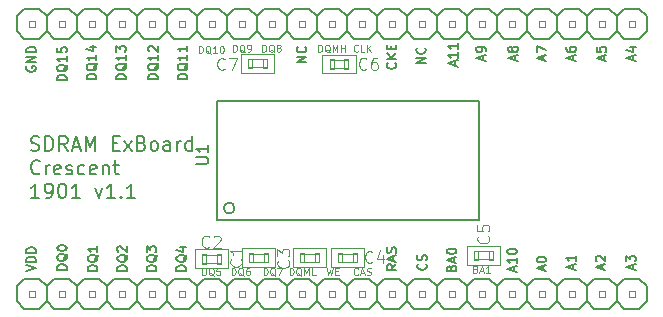
<source format=gto>
G04 #@! TF.GenerationSoftware,KiCad,Pcbnew,(5.0.2)-1*
G04 #@! TF.CreationDate,2019-01-04T01:39:08+09:00*
G04 #@! TF.ProjectId,sdram,73647261-6d2e-46b6-9963-61645f706362,v1.0*
G04 #@! TF.SameCoordinates,Original*
G04 #@! TF.FileFunction,Legend,Top*
G04 #@! TF.FilePolarity,Positive*
%FSLAX46Y46*%
G04 Gerber Fmt 4.6, Leading zero omitted, Abs format (unit mm)*
G04 Created by KiCad (PCBNEW (5.0.2)-1) date 2019/01/04 1:39:08*
%MOMM*%
%LPD*%
G01*
G04 APERTURE LIST*
%ADD10C,0.100000*%
%ADD11C,0.200000*%
%ADD12C,0.066040*%
%ADD13C,0.152400*%
%ADD14C,0.101600*%
%ADD15C,0.150000*%
%ADD16C,0.076200*%
G04 APERTURE END LIST*
D10*
X145742857Y-32814285D02*
X145714285Y-32842857D01*
X145628571Y-32871428D01*
X145571428Y-32871428D01*
X145485714Y-32842857D01*
X145428571Y-32785714D01*
X145400000Y-32728571D01*
X145371428Y-32614285D01*
X145371428Y-32528571D01*
X145400000Y-32414285D01*
X145428571Y-32357142D01*
X145485714Y-32300000D01*
X145571428Y-32271428D01*
X145628571Y-32271428D01*
X145714285Y-32300000D01*
X145742857Y-32328571D01*
X146285714Y-32871428D02*
X146000000Y-32871428D01*
X146000000Y-32271428D01*
X146485714Y-32871428D02*
X146485714Y-32271428D01*
X146828571Y-32871428D02*
X146571428Y-32528571D01*
X146828571Y-32271428D02*
X146485714Y-32614285D01*
X142371428Y-32871428D02*
X142371428Y-32271428D01*
X142514285Y-32271428D01*
X142600000Y-32300000D01*
X142657142Y-32357142D01*
X142685714Y-32414285D01*
X142714285Y-32528571D01*
X142714285Y-32614285D01*
X142685714Y-32728571D01*
X142657142Y-32785714D01*
X142600000Y-32842857D01*
X142514285Y-32871428D01*
X142371428Y-32871428D01*
X143371428Y-32928571D02*
X143314285Y-32900000D01*
X143257142Y-32842857D01*
X143171428Y-32757142D01*
X143114285Y-32728571D01*
X143057142Y-32728571D01*
X143085714Y-32871428D02*
X143028571Y-32842857D01*
X142971428Y-32785714D01*
X142942857Y-32671428D01*
X142942857Y-32471428D01*
X142971428Y-32357142D01*
X143028571Y-32300000D01*
X143085714Y-32271428D01*
X143200000Y-32271428D01*
X143257142Y-32300000D01*
X143314285Y-32357142D01*
X143342857Y-32471428D01*
X143342857Y-32671428D01*
X143314285Y-32785714D01*
X143257142Y-32842857D01*
X143200000Y-32871428D01*
X143085714Y-32871428D01*
X143600000Y-32871428D02*
X143600000Y-32271428D01*
X143800000Y-32700000D01*
X144000000Y-32271428D01*
X144000000Y-32871428D01*
X144285714Y-32871428D02*
X144285714Y-32271428D01*
X144285714Y-32557142D02*
X144628571Y-32557142D01*
X144628571Y-32871428D02*
X144628571Y-32271428D01*
D11*
X141361904Y-33728571D02*
X140561904Y-33728571D01*
X141361904Y-33271428D01*
X140561904Y-33271428D01*
X141285714Y-32433333D02*
X141323809Y-32471428D01*
X141361904Y-32585714D01*
X141361904Y-32661904D01*
X141323809Y-32776190D01*
X141247619Y-32852380D01*
X141171428Y-32890476D01*
X141019047Y-32928571D01*
X140904761Y-32928571D01*
X140752380Y-32890476D01*
X140676190Y-32852380D01*
X140600000Y-32776190D01*
X140561904Y-32661904D01*
X140561904Y-32585714D01*
X140600000Y-32471428D01*
X140638095Y-32433333D01*
D10*
X137642857Y-32871428D02*
X137642857Y-32271428D01*
X137785714Y-32271428D01*
X137871428Y-32300000D01*
X137928571Y-32357142D01*
X137957142Y-32414285D01*
X137985714Y-32528571D01*
X137985714Y-32614285D01*
X137957142Y-32728571D01*
X137928571Y-32785714D01*
X137871428Y-32842857D01*
X137785714Y-32871428D01*
X137642857Y-32871428D01*
X138642857Y-32928571D02*
X138585714Y-32900000D01*
X138528571Y-32842857D01*
X138442857Y-32757142D01*
X138385714Y-32728571D01*
X138328571Y-32728571D01*
X138357142Y-32871428D02*
X138300000Y-32842857D01*
X138242857Y-32785714D01*
X138214285Y-32671428D01*
X138214285Y-32471428D01*
X138242857Y-32357142D01*
X138300000Y-32300000D01*
X138357142Y-32271428D01*
X138471428Y-32271428D01*
X138528571Y-32300000D01*
X138585714Y-32357142D01*
X138614285Y-32471428D01*
X138614285Y-32671428D01*
X138585714Y-32785714D01*
X138528571Y-32842857D01*
X138471428Y-32871428D01*
X138357142Y-32871428D01*
X138957142Y-32528571D02*
X138900000Y-32500000D01*
X138871428Y-32471428D01*
X138842857Y-32414285D01*
X138842857Y-32385714D01*
X138871428Y-32328571D01*
X138900000Y-32300000D01*
X138957142Y-32271428D01*
X139071428Y-32271428D01*
X139128571Y-32300000D01*
X139157142Y-32328571D01*
X139185714Y-32385714D01*
X139185714Y-32414285D01*
X139157142Y-32471428D01*
X139128571Y-32500000D01*
X139071428Y-32528571D01*
X138957142Y-32528571D01*
X138900000Y-32557142D01*
X138871428Y-32585714D01*
X138842857Y-32642857D01*
X138842857Y-32757142D01*
X138871428Y-32814285D01*
X138900000Y-32842857D01*
X138957142Y-32871428D01*
X139071428Y-32871428D01*
X139128571Y-32842857D01*
X139157142Y-32814285D01*
X139185714Y-32757142D01*
X139185714Y-32642857D01*
X139157142Y-32585714D01*
X139128571Y-32557142D01*
X139071428Y-32528571D01*
X135142857Y-32871428D02*
X135142857Y-32271428D01*
X135285714Y-32271428D01*
X135371428Y-32300000D01*
X135428571Y-32357142D01*
X135457142Y-32414285D01*
X135485714Y-32528571D01*
X135485714Y-32614285D01*
X135457142Y-32728571D01*
X135428571Y-32785714D01*
X135371428Y-32842857D01*
X135285714Y-32871428D01*
X135142857Y-32871428D01*
X136142857Y-32928571D02*
X136085714Y-32900000D01*
X136028571Y-32842857D01*
X135942857Y-32757142D01*
X135885714Y-32728571D01*
X135828571Y-32728571D01*
X135857142Y-32871428D02*
X135800000Y-32842857D01*
X135742857Y-32785714D01*
X135714285Y-32671428D01*
X135714285Y-32471428D01*
X135742857Y-32357142D01*
X135800000Y-32300000D01*
X135857142Y-32271428D01*
X135971428Y-32271428D01*
X136028571Y-32300000D01*
X136085714Y-32357142D01*
X136114285Y-32471428D01*
X136114285Y-32671428D01*
X136085714Y-32785714D01*
X136028571Y-32842857D01*
X135971428Y-32871428D01*
X135857142Y-32871428D01*
X136400000Y-32871428D02*
X136514285Y-32871428D01*
X136571428Y-32842857D01*
X136600000Y-32814285D01*
X136657142Y-32728571D01*
X136685714Y-32614285D01*
X136685714Y-32385714D01*
X136657142Y-32328571D01*
X136628571Y-32300000D01*
X136571428Y-32271428D01*
X136457142Y-32271428D01*
X136400000Y-32300000D01*
X136371428Y-32328571D01*
X136342857Y-32385714D01*
X136342857Y-32528571D01*
X136371428Y-32585714D01*
X136400000Y-32614285D01*
X136457142Y-32642857D01*
X136571428Y-32642857D01*
X136628571Y-32614285D01*
X136657142Y-32585714D01*
X136685714Y-32528571D01*
X132257142Y-32971428D02*
X132257142Y-32371428D01*
X132400000Y-32371428D01*
X132485714Y-32400000D01*
X132542857Y-32457142D01*
X132571428Y-32514285D01*
X132600000Y-32628571D01*
X132600000Y-32714285D01*
X132571428Y-32828571D01*
X132542857Y-32885714D01*
X132485714Y-32942857D01*
X132400000Y-32971428D01*
X132257142Y-32971428D01*
X133257142Y-33028571D02*
X133200000Y-33000000D01*
X133142857Y-32942857D01*
X133057142Y-32857142D01*
X133000000Y-32828571D01*
X132942857Y-32828571D01*
X132971428Y-32971428D02*
X132914285Y-32942857D01*
X132857142Y-32885714D01*
X132828571Y-32771428D01*
X132828571Y-32571428D01*
X132857142Y-32457142D01*
X132914285Y-32400000D01*
X132971428Y-32371428D01*
X133085714Y-32371428D01*
X133142857Y-32400000D01*
X133200000Y-32457142D01*
X133228571Y-32571428D01*
X133228571Y-32771428D01*
X133200000Y-32885714D01*
X133142857Y-32942857D01*
X133085714Y-32971428D01*
X132971428Y-32971428D01*
X133800000Y-32971428D02*
X133457142Y-32971428D01*
X133628571Y-32971428D02*
X133628571Y-32371428D01*
X133571428Y-32457142D01*
X133514285Y-32514285D01*
X133457142Y-32542857D01*
X134171428Y-32371428D02*
X134228571Y-32371428D01*
X134285714Y-32400000D01*
X134314285Y-32428571D01*
X134342857Y-32485714D01*
X134371428Y-32600000D01*
X134371428Y-32742857D01*
X134342857Y-32857142D01*
X134314285Y-32914285D01*
X134285714Y-32942857D01*
X134228571Y-32971428D01*
X134171428Y-32971428D01*
X134114285Y-32942857D01*
X134085714Y-32914285D01*
X134057142Y-32857142D01*
X134028571Y-32742857D01*
X134028571Y-32600000D01*
X134057142Y-32485714D01*
X134085714Y-32428571D01*
X134114285Y-32400000D01*
X134171428Y-32371428D01*
D11*
X131261904Y-35190476D02*
X130461904Y-35190476D01*
X130461904Y-35000000D01*
X130500000Y-34885714D01*
X130576190Y-34809523D01*
X130652380Y-34771428D01*
X130804761Y-34733333D01*
X130919047Y-34733333D01*
X131071428Y-34771428D01*
X131147619Y-34809523D01*
X131223809Y-34885714D01*
X131261904Y-35000000D01*
X131261904Y-35190476D01*
X131338095Y-33857142D02*
X131300000Y-33933333D01*
X131223809Y-34009523D01*
X131109523Y-34123809D01*
X131071428Y-34200000D01*
X131071428Y-34276190D01*
X131261904Y-34238095D02*
X131223809Y-34314285D01*
X131147619Y-34390476D01*
X130995238Y-34428571D01*
X130728571Y-34428571D01*
X130576190Y-34390476D01*
X130500000Y-34314285D01*
X130461904Y-34238095D01*
X130461904Y-34085714D01*
X130500000Y-34009523D01*
X130576190Y-33933333D01*
X130728571Y-33895238D01*
X130995238Y-33895238D01*
X131147619Y-33933333D01*
X131223809Y-34009523D01*
X131261904Y-34085714D01*
X131261904Y-34238095D01*
X131261904Y-33133333D02*
X131261904Y-33590476D01*
X131261904Y-33361904D02*
X130461904Y-33361904D01*
X130576190Y-33438095D01*
X130652380Y-33514285D01*
X130690476Y-33590476D01*
X131261904Y-32371428D02*
X131261904Y-32828571D01*
X131261904Y-32600000D02*
X130461904Y-32600000D01*
X130576190Y-32676190D01*
X130652380Y-32752380D01*
X130690476Y-32828571D01*
X128761904Y-35190476D02*
X127961904Y-35190476D01*
X127961904Y-35000000D01*
X128000000Y-34885714D01*
X128076190Y-34809523D01*
X128152380Y-34771428D01*
X128304761Y-34733333D01*
X128419047Y-34733333D01*
X128571428Y-34771428D01*
X128647619Y-34809523D01*
X128723809Y-34885714D01*
X128761904Y-35000000D01*
X128761904Y-35190476D01*
X128838095Y-33857142D02*
X128800000Y-33933333D01*
X128723809Y-34009523D01*
X128609523Y-34123809D01*
X128571428Y-34200000D01*
X128571428Y-34276190D01*
X128761904Y-34238095D02*
X128723809Y-34314285D01*
X128647619Y-34390476D01*
X128495238Y-34428571D01*
X128228571Y-34428571D01*
X128076190Y-34390476D01*
X128000000Y-34314285D01*
X127961904Y-34238095D01*
X127961904Y-34085714D01*
X128000000Y-34009523D01*
X128076190Y-33933333D01*
X128228571Y-33895238D01*
X128495238Y-33895238D01*
X128647619Y-33933333D01*
X128723809Y-34009523D01*
X128761904Y-34085714D01*
X128761904Y-34238095D01*
X128761904Y-33133333D02*
X128761904Y-33590476D01*
X128761904Y-33361904D02*
X127961904Y-33361904D01*
X128076190Y-33438095D01*
X128152380Y-33514285D01*
X128190476Y-33590476D01*
X128038095Y-32828571D02*
X128000000Y-32790476D01*
X127961904Y-32714285D01*
X127961904Y-32523809D01*
X128000000Y-32447619D01*
X128038095Y-32409523D01*
X128114285Y-32371428D01*
X128190476Y-32371428D01*
X128304761Y-32409523D01*
X128761904Y-32866666D01*
X128761904Y-32371428D01*
X126061904Y-35190476D02*
X125261904Y-35190476D01*
X125261904Y-35000000D01*
X125300000Y-34885714D01*
X125376190Y-34809523D01*
X125452380Y-34771428D01*
X125604761Y-34733333D01*
X125719047Y-34733333D01*
X125871428Y-34771428D01*
X125947619Y-34809523D01*
X126023809Y-34885714D01*
X126061904Y-35000000D01*
X126061904Y-35190476D01*
X126138095Y-33857142D02*
X126100000Y-33933333D01*
X126023809Y-34009523D01*
X125909523Y-34123809D01*
X125871428Y-34200000D01*
X125871428Y-34276190D01*
X126061904Y-34238095D02*
X126023809Y-34314285D01*
X125947619Y-34390476D01*
X125795238Y-34428571D01*
X125528571Y-34428571D01*
X125376190Y-34390476D01*
X125300000Y-34314285D01*
X125261904Y-34238095D01*
X125261904Y-34085714D01*
X125300000Y-34009523D01*
X125376190Y-33933333D01*
X125528571Y-33895238D01*
X125795238Y-33895238D01*
X125947619Y-33933333D01*
X126023809Y-34009523D01*
X126061904Y-34085714D01*
X126061904Y-34238095D01*
X126061904Y-33133333D02*
X126061904Y-33590476D01*
X126061904Y-33361904D02*
X125261904Y-33361904D01*
X125376190Y-33438095D01*
X125452380Y-33514285D01*
X125490476Y-33590476D01*
X125261904Y-32866666D02*
X125261904Y-32371428D01*
X125566666Y-32638095D01*
X125566666Y-32523809D01*
X125604761Y-32447619D01*
X125642857Y-32409523D01*
X125719047Y-32371428D01*
X125909523Y-32371428D01*
X125985714Y-32409523D01*
X126023809Y-32447619D01*
X126061904Y-32523809D01*
X126061904Y-32752380D01*
X126023809Y-32828571D01*
X125985714Y-32866666D01*
X123561904Y-35190476D02*
X122761904Y-35190476D01*
X122761904Y-35000000D01*
X122800000Y-34885714D01*
X122876190Y-34809523D01*
X122952380Y-34771428D01*
X123104761Y-34733333D01*
X123219047Y-34733333D01*
X123371428Y-34771428D01*
X123447619Y-34809523D01*
X123523809Y-34885714D01*
X123561904Y-35000000D01*
X123561904Y-35190476D01*
X123638095Y-33857142D02*
X123600000Y-33933333D01*
X123523809Y-34009523D01*
X123409523Y-34123809D01*
X123371428Y-34200000D01*
X123371428Y-34276190D01*
X123561904Y-34238095D02*
X123523809Y-34314285D01*
X123447619Y-34390476D01*
X123295238Y-34428571D01*
X123028571Y-34428571D01*
X122876190Y-34390476D01*
X122800000Y-34314285D01*
X122761904Y-34238095D01*
X122761904Y-34085714D01*
X122800000Y-34009523D01*
X122876190Y-33933333D01*
X123028571Y-33895238D01*
X123295238Y-33895238D01*
X123447619Y-33933333D01*
X123523809Y-34009523D01*
X123561904Y-34085714D01*
X123561904Y-34238095D01*
X123561904Y-33133333D02*
X123561904Y-33590476D01*
X123561904Y-33361904D02*
X122761904Y-33361904D01*
X122876190Y-33438095D01*
X122952380Y-33514285D01*
X122990476Y-33590476D01*
X123028571Y-32447619D02*
X123561904Y-32447619D01*
X122723809Y-32638095D02*
X123295238Y-32828571D01*
X123295238Y-32333333D01*
X121061904Y-35290476D02*
X120261904Y-35290476D01*
X120261904Y-35100000D01*
X120300000Y-34985714D01*
X120376190Y-34909523D01*
X120452380Y-34871428D01*
X120604761Y-34833333D01*
X120719047Y-34833333D01*
X120871428Y-34871428D01*
X120947619Y-34909523D01*
X121023809Y-34985714D01*
X121061904Y-35100000D01*
X121061904Y-35290476D01*
X121138095Y-33957142D02*
X121100000Y-34033333D01*
X121023809Y-34109523D01*
X120909523Y-34223809D01*
X120871428Y-34300000D01*
X120871428Y-34376190D01*
X121061904Y-34338095D02*
X121023809Y-34414285D01*
X120947619Y-34490476D01*
X120795238Y-34528571D01*
X120528571Y-34528571D01*
X120376190Y-34490476D01*
X120300000Y-34414285D01*
X120261904Y-34338095D01*
X120261904Y-34185714D01*
X120300000Y-34109523D01*
X120376190Y-34033333D01*
X120528571Y-33995238D01*
X120795238Y-33995238D01*
X120947619Y-34033333D01*
X121023809Y-34109523D01*
X121061904Y-34185714D01*
X121061904Y-34338095D01*
X121061904Y-33233333D02*
X121061904Y-33690476D01*
X121061904Y-33461904D02*
X120261904Y-33461904D01*
X120376190Y-33538095D01*
X120452380Y-33614285D01*
X120490476Y-33690476D01*
X120261904Y-32509523D02*
X120261904Y-32890476D01*
X120642857Y-32928571D01*
X120604761Y-32890476D01*
X120566666Y-32814285D01*
X120566666Y-32623809D01*
X120604761Y-32547619D01*
X120642857Y-32509523D01*
X120719047Y-32471428D01*
X120909523Y-32471428D01*
X120985714Y-32509523D01*
X121023809Y-32547619D01*
X121061904Y-32623809D01*
X121061904Y-32814285D01*
X121023809Y-32890476D01*
X120985714Y-32928571D01*
X117700000Y-34109523D02*
X117661904Y-34185714D01*
X117661904Y-34300000D01*
X117700000Y-34414285D01*
X117776190Y-34490476D01*
X117852380Y-34528571D01*
X118004761Y-34566666D01*
X118119047Y-34566666D01*
X118271428Y-34528571D01*
X118347619Y-34490476D01*
X118423809Y-34414285D01*
X118461904Y-34300000D01*
X118461904Y-34223809D01*
X118423809Y-34109523D01*
X118385714Y-34071428D01*
X118119047Y-34071428D01*
X118119047Y-34223809D01*
X118461904Y-33728571D02*
X117661904Y-33728571D01*
X118461904Y-33271428D01*
X117661904Y-33271428D01*
X118461904Y-32890476D02*
X117661904Y-32890476D01*
X117661904Y-32700000D01*
X117700000Y-32585714D01*
X117776190Y-32509523D01*
X117852380Y-32471428D01*
X118004761Y-32433333D01*
X118119047Y-32433333D01*
X118271428Y-32471428D01*
X118347619Y-32509523D01*
X118423809Y-32585714D01*
X118461904Y-32700000D01*
X118461904Y-32890476D01*
X148885714Y-33814285D02*
X148923809Y-33852380D01*
X148961904Y-33966666D01*
X148961904Y-34042857D01*
X148923809Y-34157142D01*
X148847619Y-34233333D01*
X148771428Y-34271428D01*
X148619047Y-34309523D01*
X148504761Y-34309523D01*
X148352380Y-34271428D01*
X148276190Y-34233333D01*
X148200000Y-34157142D01*
X148161904Y-34042857D01*
X148161904Y-33966666D01*
X148200000Y-33852380D01*
X148238095Y-33814285D01*
X148961904Y-33471428D02*
X148161904Y-33471428D01*
X148961904Y-33014285D02*
X148504761Y-33357142D01*
X148161904Y-33014285D02*
X148619047Y-33471428D01*
X148542857Y-32671428D02*
X148542857Y-32404761D01*
X148961904Y-32290476D02*
X148961904Y-32671428D01*
X148161904Y-32671428D01*
X148161904Y-32290476D01*
X151461904Y-33828571D02*
X150661904Y-33828571D01*
X151461904Y-33371428D01*
X150661904Y-33371428D01*
X151385714Y-32533333D02*
X151423809Y-32571428D01*
X151461904Y-32685714D01*
X151461904Y-32761904D01*
X151423809Y-32876190D01*
X151347619Y-32952380D01*
X151271428Y-32990476D01*
X151119047Y-33028571D01*
X151004761Y-33028571D01*
X150852380Y-32990476D01*
X150776190Y-32952380D01*
X150700000Y-32876190D01*
X150661904Y-32761904D01*
X150661904Y-32685714D01*
X150700000Y-32571428D01*
X150738095Y-32533333D01*
X153933333Y-34052380D02*
X153933333Y-33671428D01*
X154161904Y-34128571D02*
X153361904Y-33861904D01*
X154161904Y-33595238D01*
X154161904Y-32909523D02*
X154161904Y-33366666D01*
X154161904Y-33138095D02*
X153361904Y-33138095D01*
X153476190Y-33214285D01*
X153552380Y-33290476D01*
X153590476Y-33366666D01*
X154161904Y-32147619D02*
X154161904Y-32604761D01*
X154161904Y-32376190D02*
X153361904Y-32376190D01*
X153476190Y-32452380D01*
X153552380Y-32528571D01*
X153590476Y-32604761D01*
X156333333Y-33571428D02*
X156333333Y-33190476D01*
X156561904Y-33647619D02*
X155761904Y-33380952D01*
X156561904Y-33114285D01*
X156561904Y-32809523D02*
X156561904Y-32657142D01*
X156523809Y-32580952D01*
X156485714Y-32542857D01*
X156371428Y-32466666D01*
X156219047Y-32428571D01*
X155914285Y-32428571D01*
X155838095Y-32466666D01*
X155800000Y-32504761D01*
X155761904Y-32580952D01*
X155761904Y-32733333D01*
X155800000Y-32809523D01*
X155838095Y-32847619D01*
X155914285Y-32885714D01*
X156104761Y-32885714D01*
X156180952Y-32847619D01*
X156219047Y-32809523D01*
X156257142Y-32733333D01*
X156257142Y-32580952D01*
X156219047Y-32504761D01*
X156180952Y-32466666D01*
X156104761Y-32428571D01*
X159033333Y-33571428D02*
X159033333Y-33190476D01*
X159261904Y-33647619D02*
X158461904Y-33380952D01*
X159261904Y-33114285D01*
X158804761Y-32733333D02*
X158766666Y-32809523D01*
X158728571Y-32847619D01*
X158652380Y-32885714D01*
X158614285Y-32885714D01*
X158538095Y-32847619D01*
X158500000Y-32809523D01*
X158461904Y-32733333D01*
X158461904Y-32580952D01*
X158500000Y-32504761D01*
X158538095Y-32466666D01*
X158614285Y-32428571D01*
X158652380Y-32428571D01*
X158728571Y-32466666D01*
X158766666Y-32504761D01*
X158804761Y-32580952D01*
X158804761Y-32733333D01*
X158842857Y-32809523D01*
X158880952Y-32847619D01*
X158957142Y-32885714D01*
X159109523Y-32885714D01*
X159185714Y-32847619D01*
X159223809Y-32809523D01*
X159261904Y-32733333D01*
X159261904Y-32580952D01*
X159223809Y-32504761D01*
X159185714Y-32466666D01*
X159109523Y-32428571D01*
X158957142Y-32428571D01*
X158880952Y-32466666D01*
X158842857Y-32504761D01*
X158804761Y-32580952D01*
X161433333Y-33571428D02*
X161433333Y-33190476D01*
X161661904Y-33647619D02*
X160861904Y-33380952D01*
X161661904Y-33114285D01*
X160861904Y-32923809D02*
X160861904Y-32390476D01*
X161661904Y-32733333D01*
X163933333Y-33571428D02*
X163933333Y-33190476D01*
X164161904Y-33647619D02*
X163361904Y-33380952D01*
X164161904Y-33114285D01*
X163361904Y-32504761D02*
X163361904Y-32657142D01*
X163400000Y-32733333D01*
X163438095Y-32771428D01*
X163552380Y-32847619D01*
X163704761Y-32885714D01*
X164009523Y-32885714D01*
X164085714Y-32847619D01*
X164123809Y-32809523D01*
X164161904Y-32733333D01*
X164161904Y-32580952D01*
X164123809Y-32504761D01*
X164085714Y-32466666D01*
X164009523Y-32428571D01*
X163819047Y-32428571D01*
X163742857Y-32466666D01*
X163704761Y-32504761D01*
X163666666Y-32580952D01*
X163666666Y-32733333D01*
X163704761Y-32809523D01*
X163742857Y-32847619D01*
X163819047Y-32885714D01*
X166533333Y-33571428D02*
X166533333Y-33190476D01*
X166761904Y-33647619D02*
X165961904Y-33380952D01*
X166761904Y-33114285D01*
X165961904Y-32466666D02*
X165961904Y-32847619D01*
X166342857Y-32885714D01*
X166304761Y-32847619D01*
X166266666Y-32771428D01*
X166266666Y-32580952D01*
X166304761Y-32504761D01*
X166342857Y-32466666D01*
X166419047Y-32428571D01*
X166609523Y-32428571D01*
X166685714Y-32466666D01*
X166723809Y-32504761D01*
X166761904Y-32580952D01*
X166761904Y-32771428D01*
X166723809Y-32847619D01*
X166685714Y-32885714D01*
X169033333Y-33571428D02*
X169033333Y-33190476D01*
X169261904Y-33647619D02*
X168461904Y-33380952D01*
X169261904Y-33114285D01*
X168728571Y-32504761D02*
X169261904Y-32504761D01*
X168423809Y-32695238D02*
X168995238Y-32885714D01*
X168995238Y-32390476D01*
X169033333Y-51271428D02*
X169033333Y-50890476D01*
X169261904Y-51347619D02*
X168461904Y-51080952D01*
X169261904Y-50814285D01*
X168461904Y-50623809D02*
X168461904Y-50128571D01*
X168766666Y-50395238D01*
X168766666Y-50280952D01*
X168804761Y-50204761D01*
X168842857Y-50166666D01*
X168919047Y-50128571D01*
X169109523Y-50128571D01*
X169185714Y-50166666D01*
X169223809Y-50204761D01*
X169261904Y-50280952D01*
X169261904Y-50509523D01*
X169223809Y-50585714D01*
X169185714Y-50623809D01*
X166433333Y-51271428D02*
X166433333Y-50890476D01*
X166661904Y-51347619D02*
X165861904Y-51080952D01*
X166661904Y-50814285D01*
X165938095Y-50585714D02*
X165900000Y-50547619D01*
X165861904Y-50471428D01*
X165861904Y-50280952D01*
X165900000Y-50204761D01*
X165938095Y-50166666D01*
X166014285Y-50128571D01*
X166090476Y-50128571D01*
X166204761Y-50166666D01*
X166661904Y-50623809D01*
X166661904Y-50128571D01*
X163933333Y-51271428D02*
X163933333Y-50890476D01*
X164161904Y-51347619D02*
X163361904Y-51080952D01*
X164161904Y-50814285D01*
X164161904Y-50128571D02*
X164161904Y-50585714D01*
X164161904Y-50357142D02*
X163361904Y-50357142D01*
X163476190Y-50433333D01*
X163552380Y-50509523D01*
X163590476Y-50585714D01*
X161433333Y-51371428D02*
X161433333Y-50990476D01*
X161661904Y-51447619D02*
X160861904Y-51180952D01*
X161661904Y-50914285D01*
X160861904Y-50495238D02*
X160861904Y-50419047D01*
X160900000Y-50342857D01*
X160938095Y-50304761D01*
X161014285Y-50266666D01*
X161166666Y-50228571D01*
X161357142Y-50228571D01*
X161509523Y-50266666D01*
X161585714Y-50304761D01*
X161623809Y-50342857D01*
X161661904Y-50419047D01*
X161661904Y-50495238D01*
X161623809Y-50571428D01*
X161585714Y-50609523D01*
X161509523Y-50647619D01*
X161357142Y-50685714D01*
X161166666Y-50685714D01*
X161014285Y-50647619D01*
X160938095Y-50609523D01*
X160900000Y-50571428D01*
X160861904Y-50495238D01*
X158933333Y-51452380D02*
X158933333Y-51071428D01*
X159161904Y-51528571D02*
X158361904Y-51261904D01*
X159161904Y-50995238D01*
X159161904Y-50309523D02*
X159161904Y-50766666D01*
X159161904Y-50538095D02*
X158361904Y-50538095D01*
X158476190Y-50614285D01*
X158552380Y-50690476D01*
X158590476Y-50766666D01*
X158361904Y-49814285D02*
X158361904Y-49738095D01*
X158400000Y-49661904D01*
X158438095Y-49623809D01*
X158514285Y-49585714D01*
X158666666Y-49547619D01*
X158857142Y-49547619D01*
X159009523Y-49585714D01*
X159085714Y-49623809D01*
X159123809Y-49661904D01*
X159161904Y-49738095D01*
X159161904Y-49814285D01*
X159123809Y-49890476D01*
X159085714Y-49928571D01*
X159009523Y-49966666D01*
X158857142Y-50004761D01*
X158666666Y-50004761D01*
X158514285Y-49966666D01*
X158438095Y-49928571D01*
X158400000Y-49890476D01*
X158361904Y-49814285D01*
D10*
X155700000Y-51257142D02*
X155785714Y-51285714D01*
X155814285Y-51314285D01*
X155842857Y-51371428D01*
X155842857Y-51457142D01*
X155814285Y-51514285D01*
X155785714Y-51542857D01*
X155728571Y-51571428D01*
X155500000Y-51571428D01*
X155500000Y-50971428D01*
X155700000Y-50971428D01*
X155757142Y-51000000D01*
X155785714Y-51028571D01*
X155814285Y-51085714D01*
X155814285Y-51142857D01*
X155785714Y-51200000D01*
X155757142Y-51228571D01*
X155700000Y-51257142D01*
X155500000Y-51257142D01*
X156071428Y-51400000D02*
X156357142Y-51400000D01*
X156014285Y-51571428D02*
X156214285Y-50971428D01*
X156414285Y-51571428D01*
X156928571Y-51571428D02*
X156585714Y-51571428D01*
X156757142Y-51571428D02*
X156757142Y-50971428D01*
X156700000Y-51057142D01*
X156642857Y-51114285D01*
X156585714Y-51142857D01*
D11*
X153642857Y-51166666D02*
X153680952Y-51052380D01*
X153719047Y-51014285D01*
X153795238Y-50976190D01*
X153909523Y-50976190D01*
X153985714Y-51014285D01*
X154023809Y-51052380D01*
X154061904Y-51128571D01*
X154061904Y-51433333D01*
X153261904Y-51433333D01*
X153261904Y-51166666D01*
X153300000Y-51090476D01*
X153338095Y-51052380D01*
X153414285Y-51014285D01*
X153490476Y-51014285D01*
X153566666Y-51052380D01*
X153604761Y-51090476D01*
X153642857Y-51166666D01*
X153642857Y-51433333D01*
X153833333Y-50671428D02*
X153833333Y-50290476D01*
X154061904Y-50747619D02*
X153261904Y-50480952D01*
X154061904Y-50214285D01*
X153261904Y-49795238D02*
X153261904Y-49719047D01*
X153300000Y-49642857D01*
X153338095Y-49604761D01*
X153414285Y-49566666D01*
X153566666Y-49528571D01*
X153757142Y-49528571D01*
X153909523Y-49566666D01*
X153985714Y-49604761D01*
X154023809Y-49642857D01*
X154061904Y-49719047D01*
X154061904Y-49795238D01*
X154023809Y-49871428D01*
X153985714Y-49909523D01*
X153909523Y-49947619D01*
X153757142Y-49985714D01*
X153566666Y-49985714D01*
X153414285Y-49947619D01*
X153338095Y-49909523D01*
X153300000Y-49871428D01*
X153261904Y-49795238D01*
X151485714Y-50833333D02*
X151523809Y-50871428D01*
X151561904Y-50985714D01*
X151561904Y-51061904D01*
X151523809Y-51176190D01*
X151447619Y-51252380D01*
X151371428Y-51290476D01*
X151219047Y-51328571D01*
X151104761Y-51328571D01*
X150952380Y-51290476D01*
X150876190Y-51252380D01*
X150800000Y-51176190D01*
X150761904Y-51061904D01*
X150761904Y-50985714D01*
X150800000Y-50871428D01*
X150838095Y-50833333D01*
X151523809Y-50528571D02*
X151561904Y-50414285D01*
X151561904Y-50223809D01*
X151523809Y-50147619D01*
X151485714Y-50109523D01*
X151409523Y-50071428D01*
X151333333Y-50071428D01*
X151257142Y-50109523D01*
X151219047Y-50147619D01*
X151180952Y-50223809D01*
X151142857Y-50376190D01*
X151104761Y-50452380D01*
X151066666Y-50490476D01*
X150990476Y-50528571D01*
X150914285Y-50528571D01*
X150838095Y-50490476D01*
X150800000Y-50452380D01*
X150761904Y-50376190D01*
X150761904Y-50185714D01*
X150800000Y-50071428D01*
X148961904Y-50876190D02*
X148580952Y-51142857D01*
X148961904Y-51333333D02*
X148161904Y-51333333D01*
X148161904Y-51028571D01*
X148200000Y-50952380D01*
X148238095Y-50914285D01*
X148314285Y-50876190D01*
X148428571Y-50876190D01*
X148504761Y-50914285D01*
X148542857Y-50952380D01*
X148580952Y-51028571D01*
X148580952Y-51333333D01*
X148733333Y-50571428D02*
X148733333Y-50190476D01*
X148961904Y-50647619D02*
X148161904Y-50380952D01*
X148961904Y-50114285D01*
X148923809Y-49885714D02*
X148961904Y-49771428D01*
X148961904Y-49580952D01*
X148923809Y-49504761D01*
X148885714Y-49466666D01*
X148809523Y-49428571D01*
X148733333Y-49428571D01*
X148657142Y-49466666D01*
X148619047Y-49504761D01*
X148580952Y-49580952D01*
X148542857Y-49733333D01*
X148504761Y-49809523D01*
X148466666Y-49847619D01*
X148390476Y-49885714D01*
X148314285Y-49885714D01*
X148238095Y-49847619D01*
X148200000Y-49809523D01*
X148161904Y-49733333D01*
X148161904Y-49542857D01*
X148200000Y-49428571D01*
D10*
X145742857Y-51714285D02*
X145714285Y-51742857D01*
X145628571Y-51771428D01*
X145571428Y-51771428D01*
X145485714Y-51742857D01*
X145428571Y-51685714D01*
X145400000Y-51628571D01*
X145371428Y-51514285D01*
X145371428Y-51428571D01*
X145400000Y-51314285D01*
X145428571Y-51257142D01*
X145485714Y-51200000D01*
X145571428Y-51171428D01*
X145628571Y-51171428D01*
X145714285Y-51200000D01*
X145742857Y-51228571D01*
X145971428Y-51600000D02*
X146257142Y-51600000D01*
X145914285Y-51771428D02*
X146114285Y-51171428D01*
X146314285Y-51771428D01*
X146485714Y-51742857D02*
X146571428Y-51771428D01*
X146714285Y-51771428D01*
X146771428Y-51742857D01*
X146800000Y-51714285D01*
X146828571Y-51657142D01*
X146828571Y-51600000D01*
X146800000Y-51542857D01*
X146771428Y-51514285D01*
X146714285Y-51485714D01*
X146600000Y-51457142D01*
X146542857Y-51428571D01*
X146514285Y-51400000D01*
X146485714Y-51342857D01*
X146485714Y-51285714D01*
X146514285Y-51228571D01*
X146542857Y-51200000D01*
X146600000Y-51171428D01*
X146742857Y-51171428D01*
X146828571Y-51200000D01*
X143071428Y-51171428D02*
X143214285Y-51771428D01*
X143328571Y-51342857D01*
X143442857Y-51771428D01*
X143585714Y-51171428D01*
X143814285Y-51457142D02*
X144014285Y-51457142D01*
X144100000Y-51771428D02*
X143814285Y-51771428D01*
X143814285Y-51171428D01*
X144100000Y-51171428D01*
X139942857Y-51771428D02*
X139942857Y-51171428D01*
X140085714Y-51171428D01*
X140171428Y-51200000D01*
X140228571Y-51257142D01*
X140257142Y-51314285D01*
X140285714Y-51428571D01*
X140285714Y-51514285D01*
X140257142Y-51628571D01*
X140228571Y-51685714D01*
X140171428Y-51742857D01*
X140085714Y-51771428D01*
X139942857Y-51771428D01*
X140942857Y-51828571D02*
X140885714Y-51800000D01*
X140828571Y-51742857D01*
X140742857Y-51657142D01*
X140685714Y-51628571D01*
X140628571Y-51628571D01*
X140657142Y-51771428D02*
X140600000Y-51742857D01*
X140542857Y-51685714D01*
X140514285Y-51571428D01*
X140514285Y-51371428D01*
X140542857Y-51257142D01*
X140600000Y-51200000D01*
X140657142Y-51171428D01*
X140771428Y-51171428D01*
X140828571Y-51200000D01*
X140885714Y-51257142D01*
X140914285Y-51371428D01*
X140914285Y-51571428D01*
X140885714Y-51685714D01*
X140828571Y-51742857D01*
X140771428Y-51771428D01*
X140657142Y-51771428D01*
X141171428Y-51771428D02*
X141171428Y-51171428D01*
X141371428Y-51600000D01*
X141571428Y-51171428D01*
X141571428Y-51771428D01*
X142142857Y-51771428D02*
X141857142Y-51771428D01*
X141857142Y-51171428D01*
X137742857Y-51771428D02*
X137742857Y-51171428D01*
X137885714Y-51171428D01*
X137971428Y-51200000D01*
X138028571Y-51257142D01*
X138057142Y-51314285D01*
X138085714Y-51428571D01*
X138085714Y-51514285D01*
X138057142Y-51628571D01*
X138028571Y-51685714D01*
X137971428Y-51742857D01*
X137885714Y-51771428D01*
X137742857Y-51771428D01*
X138742857Y-51828571D02*
X138685714Y-51800000D01*
X138628571Y-51742857D01*
X138542857Y-51657142D01*
X138485714Y-51628571D01*
X138428571Y-51628571D01*
X138457142Y-51771428D02*
X138400000Y-51742857D01*
X138342857Y-51685714D01*
X138314285Y-51571428D01*
X138314285Y-51371428D01*
X138342857Y-51257142D01*
X138400000Y-51200000D01*
X138457142Y-51171428D01*
X138571428Y-51171428D01*
X138628571Y-51200000D01*
X138685714Y-51257142D01*
X138714285Y-51371428D01*
X138714285Y-51571428D01*
X138685714Y-51685714D01*
X138628571Y-51742857D01*
X138571428Y-51771428D01*
X138457142Y-51771428D01*
X138914285Y-51171428D02*
X139314285Y-51171428D01*
X139057142Y-51771428D01*
X135042857Y-51771428D02*
X135042857Y-51171428D01*
X135185714Y-51171428D01*
X135271428Y-51200000D01*
X135328571Y-51257142D01*
X135357142Y-51314285D01*
X135385714Y-51428571D01*
X135385714Y-51514285D01*
X135357142Y-51628571D01*
X135328571Y-51685714D01*
X135271428Y-51742857D01*
X135185714Y-51771428D01*
X135042857Y-51771428D01*
X136042857Y-51828571D02*
X135985714Y-51800000D01*
X135928571Y-51742857D01*
X135842857Y-51657142D01*
X135785714Y-51628571D01*
X135728571Y-51628571D01*
X135757142Y-51771428D02*
X135700000Y-51742857D01*
X135642857Y-51685714D01*
X135614285Y-51571428D01*
X135614285Y-51371428D01*
X135642857Y-51257142D01*
X135700000Y-51200000D01*
X135757142Y-51171428D01*
X135871428Y-51171428D01*
X135928571Y-51200000D01*
X135985714Y-51257142D01*
X136014285Y-51371428D01*
X136014285Y-51571428D01*
X135985714Y-51685714D01*
X135928571Y-51742857D01*
X135871428Y-51771428D01*
X135757142Y-51771428D01*
X136528571Y-51171428D02*
X136414285Y-51171428D01*
X136357142Y-51200000D01*
X136328571Y-51228571D01*
X136271428Y-51314285D01*
X136242857Y-51428571D01*
X136242857Y-51657142D01*
X136271428Y-51714285D01*
X136300000Y-51742857D01*
X136357142Y-51771428D01*
X136471428Y-51771428D01*
X136528571Y-51742857D01*
X136557142Y-51714285D01*
X136585714Y-51657142D01*
X136585714Y-51514285D01*
X136557142Y-51457142D01*
X136528571Y-51428571D01*
X136471428Y-51400000D01*
X136357142Y-51400000D01*
X136300000Y-51428571D01*
X136271428Y-51457142D01*
X136242857Y-51514285D01*
X132542857Y-51771428D02*
X132542857Y-51171428D01*
X132685714Y-51171428D01*
X132771428Y-51200000D01*
X132828571Y-51257142D01*
X132857142Y-51314285D01*
X132885714Y-51428571D01*
X132885714Y-51514285D01*
X132857142Y-51628571D01*
X132828571Y-51685714D01*
X132771428Y-51742857D01*
X132685714Y-51771428D01*
X132542857Y-51771428D01*
X133542857Y-51828571D02*
X133485714Y-51800000D01*
X133428571Y-51742857D01*
X133342857Y-51657142D01*
X133285714Y-51628571D01*
X133228571Y-51628571D01*
X133257142Y-51771428D02*
X133200000Y-51742857D01*
X133142857Y-51685714D01*
X133114285Y-51571428D01*
X133114285Y-51371428D01*
X133142857Y-51257142D01*
X133200000Y-51200000D01*
X133257142Y-51171428D01*
X133371428Y-51171428D01*
X133428571Y-51200000D01*
X133485714Y-51257142D01*
X133514285Y-51371428D01*
X133514285Y-51571428D01*
X133485714Y-51685714D01*
X133428571Y-51742857D01*
X133371428Y-51771428D01*
X133257142Y-51771428D01*
X134057142Y-51171428D02*
X133771428Y-51171428D01*
X133742857Y-51457142D01*
X133771428Y-51428571D01*
X133828571Y-51400000D01*
X133971428Y-51400000D01*
X134028571Y-51428571D01*
X134057142Y-51457142D01*
X134085714Y-51514285D01*
X134085714Y-51657142D01*
X134057142Y-51714285D01*
X134028571Y-51742857D01*
X133971428Y-51771428D01*
X133828571Y-51771428D01*
X133771428Y-51742857D01*
X133742857Y-51714285D01*
D11*
X131161904Y-51409523D02*
X130361904Y-51409523D01*
X130361904Y-51219047D01*
X130400000Y-51104761D01*
X130476190Y-51028571D01*
X130552380Y-50990476D01*
X130704761Y-50952380D01*
X130819047Y-50952380D01*
X130971428Y-50990476D01*
X131047619Y-51028571D01*
X131123809Y-51104761D01*
X131161904Y-51219047D01*
X131161904Y-51409523D01*
X131238095Y-50076190D02*
X131200000Y-50152380D01*
X131123809Y-50228571D01*
X131009523Y-50342857D01*
X130971428Y-50419047D01*
X130971428Y-50495238D01*
X131161904Y-50457142D02*
X131123809Y-50533333D01*
X131047619Y-50609523D01*
X130895238Y-50647619D01*
X130628571Y-50647619D01*
X130476190Y-50609523D01*
X130400000Y-50533333D01*
X130361904Y-50457142D01*
X130361904Y-50304761D01*
X130400000Y-50228571D01*
X130476190Y-50152380D01*
X130628571Y-50114285D01*
X130895238Y-50114285D01*
X131047619Y-50152380D01*
X131123809Y-50228571D01*
X131161904Y-50304761D01*
X131161904Y-50457142D01*
X130628571Y-49428571D02*
X131161904Y-49428571D01*
X130323809Y-49619047D02*
X130895238Y-49809523D01*
X130895238Y-49314285D01*
X128661904Y-51409523D02*
X127861904Y-51409523D01*
X127861904Y-51219047D01*
X127900000Y-51104761D01*
X127976190Y-51028571D01*
X128052380Y-50990476D01*
X128204761Y-50952380D01*
X128319047Y-50952380D01*
X128471428Y-50990476D01*
X128547619Y-51028571D01*
X128623809Y-51104761D01*
X128661904Y-51219047D01*
X128661904Y-51409523D01*
X128738095Y-50076190D02*
X128700000Y-50152380D01*
X128623809Y-50228571D01*
X128509523Y-50342857D01*
X128471428Y-50419047D01*
X128471428Y-50495238D01*
X128661904Y-50457142D02*
X128623809Y-50533333D01*
X128547619Y-50609523D01*
X128395238Y-50647619D01*
X128128571Y-50647619D01*
X127976190Y-50609523D01*
X127900000Y-50533333D01*
X127861904Y-50457142D01*
X127861904Y-50304761D01*
X127900000Y-50228571D01*
X127976190Y-50152380D01*
X128128571Y-50114285D01*
X128395238Y-50114285D01*
X128547619Y-50152380D01*
X128623809Y-50228571D01*
X128661904Y-50304761D01*
X128661904Y-50457142D01*
X127861904Y-49847619D02*
X127861904Y-49352380D01*
X128166666Y-49619047D01*
X128166666Y-49504761D01*
X128204761Y-49428571D01*
X128242857Y-49390476D01*
X128319047Y-49352380D01*
X128509523Y-49352380D01*
X128585714Y-49390476D01*
X128623809Y-49428571D01*
X128661904Y-49504761D01*
X128661904Y-49733333D01*
X128623809Y-49809523D01*
X128585714Y-49847619D01*
X126161904Y-51409523D02*
X125361904Y-51409523D01*
X125361904Y-51219047D01*
X125400000Y-51104761D01*
X125476190Y-51028571D01*
X125552380Y-50990476D01*
X125704761Y-50952380D01*
X125819047Y-50952380D01*
X125971428Y-50990476D01*
X126047619Y-51028571D01*
X126123809Y-51104761D01*
X126161904Y-51219047D01*
X126161904Y-51409523D01*
X126238095Y-50076190D02*
X126200000Y-50152380D01*
X126123809Y-50228571D01*
X126009523Y-50342857D01*
X125971428Y-50419047D01*
X125971428Y-50495238D01*
X126161904Y-50457142D02*
X126123809Y-50533333D01*
X126047619Y-50609523D01*
X125895238Y-50647619D01*
X125628571Y-50647619D01*
X125476190Y-50609523D01*
X125400000Y-50533333D01*
X125361904Y-50457142D01*
X125361904Y-50304761D01*
X125400000Y-50228571D01*
X125476190Y-50152380D01*
X125628571Y-50114285D01*
X125895238Y-50114285D01*
X126047619Y-50152380D01*
X126123809Y-50228571D01*
X126161904Y-50304761D01*
X126161904Y-50457142D01*
X125438095Y-49809523D02*
X125400000Y-49771428D01*
X125361904Y-49695238D01*
X125361904Y-49504761D01*
X125400000Y-49428571D01*
X125438095Y-49390476D01*
X125514285Y-49352380D01*
X125590476Y-49352380D01*
X125704761Y-49390476D01*
X126161904Y-49847619D01*
X126161904Y-49352380D01*
X123661904Y-51409523D02*
X122861904Y-51409523D01*
X122861904Y-51219047D01*
X122900000Y-51104761D01*
X122976190Y-51028571D01*
X123052380Y-50990476D01*
X123204761Y-50952380D01*
X123319047Y-50952380D01*
X123471428Y-50990476D01*
X123547619Y-51028571D01*
X123623809Y-51104761D01*
X123661904Y-51219047D01*
X123661904Y-51409523D01*
X123738095Y-50076190D02*
X123700000Y-50152380D01*
X123623809Y-50228571D01*
X123509523Y-50342857D01*
X123471428Y-50419047D01*
X123471428Y-50495238D01*
X123661904Y-50457142D02*
X123623809Y-50533333D01*
X123547619Y-50609523D01*
X123395238Y-50647619D01*
X123128571Y-50647619D01*
X122976190Y-50609523D01*
X122900000Y-50533333D01*
X122861904Y-50457142D01*
X122861904Y-50304761D01*
X122900000Y-50228571D01*
X122976190Y-50152380D01*
X123128571Y-50114285D01*
X123395238Y-50114285D01*
X123547619Y-50152380D01*
X123623809Y-50228571D01*
X123661904Y-50304761D01*
X123661904Y-50457142D01*
X123661904Y-49352380D02*
X123661904Y-49809523D01*
X123661904Y-49580952D02*
X122861904Y-49580952D01*
X122976190Y-49657142D01*
X123052380Y-49733333D01*
X123090476Y-49809523D01*
X121061904Y-51309523D02*
X120261904Y-51309523D01*
X120261904Y-51119047D01*
X120300000Y-51004761D01*
X120376190Y-50928571D01*
X120452380Y-50890476D01*
X120604761Y-50852380D01*
X120719047Y-50852380D01*
X120871428Y-50890476D01*
X120947619Y-50928571D01*
X121023809Y-51004761D01*
X121061904Y-51119047D01*
X121061904Y-51309523D01*
X121138095Y-49976190D02*
X121100000Y-50052380D01*
X121023809Y-50128571D01*
X120909523Y-50242857D01*
X120871428Y-50319047D01*
X120871428Y-50395238D01*
X121061904Y-50357142D02*
X121023809Y-50433333D01*
X120947619Y-50509523D01*
X120795238Y-50547619D01*
X120528571Y-50547619D01*
X120376190Y-50509523D01*
X120300000Y-50433333D01*
X120261904Y-50357142D01*
X120261904Y-50204761D01*
X120300000Y-50128571D01*
X120376190Y-50052380D01*
X120528571Y-50014285D01*
X120795238Y-50014285D01*
X120947619Y-50052380D01*
X121023809Y-50128571D01*
X121061904Y-50204761D01*
X121061904Y-50357142D01*
X120261904Y-49519047D02*
X120261904Y-49442857D01*
X120300000Y-49366666D01*
X120338095Y-49328571D01*
X120414285Y-49290476D01*
X120566666Y-49252380D01*
X120757142Y-49252380D01*
X120909523Y-49290476D01*
X120985714Y-49328571D01*
X121023809Y-49366666D01*
X121061904Y-49442857D01*
X121061904Y-49519047D01*
X121023809Y-49595238D01*
X120985714Y-49633333D01*
X120909523Y-49671428D01*
X120757142Y-49709523D01*
X120566666Y-49709523D01*
X120414285Y-49671428D01*
X120338095Y-49633333D01*
X120300000Y-49595238D01*
X120261904Y-49519047D01*
X117661904Y-51466666D02*
X118461904Y-51200000D01*
X117661904Y-50933333D01*
X118461904Y-50666666D02*
X117661904Y-50666666D01*
X117661904Y-50476190D01*
X117700000Y-50361904D01*
X117776190Y-50285714D01*
X117852380Y-50247619D01*
X118004761Y-50209523D01*
X118119047Y-50209523D01*
X118271428Y-50247619D01*
X118347619Y-50285714D01*
X118423809Y-50361904D01*
X118461904Y-50476190D01*
X118461904Y-50666666D01*
X118461904Y-49866666D02*
X117661904Y-49866666D01*
X117661904Y-49676190D01*
X117700000Y-49561904D01*
X117776190Y-49485714D01*
X117852380Y-49447619D01*
X118004761Y-49409523D01*
X118119047Y-49409523D01*
X118271428Y-49447619D01*
X118347619Y-49485714D01*
X118423809Y-49561904D01*
X118461904Y-49676190D01*
X118461904Y-49866666D01*
X118058571Y-41185714D02*
X118230000Y-41242857D01*
X118515714Y-41242857D01*
X118630000Y-41185714D01*
X118687142Y-41128571D01*
X118744285Y-41014285D01*
X118744285Y-40900000D01*
X118687142Y-40785714D01*
X118630000Y-40728571D01*
X118515714Y-40671428D01*
X118287142Y-40614285D01*
X118172857Y-40557142D01*
X118115714Y-40500000D01*
X118058571Y-40385714D01*
X118058571Y-40271428D01*
X118115714Y-40157142D01*
X118172857Y-40100000D01*
X118287142Y-40042857D01*
X118572857Y-40042857D01*
X118744285Y-40100000D01*
X119258571Y-41242857D02*
X119258571Y-40042857D01*
X119544285Y-40042857D01*
X119715714Y-40100000D01*
X119830000Y-40214285D01*
X119887142Y-40328571D01*
X119944285Y-40557142D01*
X119944285Y-40728571D01*
X119887142Y-40957142D01*
X119830000Y-41071428D01*
X119715714Y-41185714D01*
X119544285Y-41242857D01*
X119258571Y-41242857D01*
X121144285Y-41242857D02*
X120744285Y-40671428D01*
X120458571Y-41242857D02*
X120458571Y-40042857D01*
X120915714Y-40042857D01*
X121030000Y-40100000D01*
X121087142Y-40157142D01*
X121144285Y-40271428D01*
X121144285Y-40442857D01*
X121087142Y-40557142D01*
X121030000Y-40614285D01*
X120915714Y-40671428D01*
X120458571Y-40671428D01*
X121601428Y-40900000D02*
X122172857Y-40900000D01*
X121487142Y-41242857D02*
X121887142Y-40042857D01*
X122287142Y-41242857D01*
X122687142Y-41242857D02*
X122687142Y-40042857D01*
X123087142Y-40900000D01*
X123487142Y-40042857D01*
X123487142Y-41242857D01*
X124972857Y-40614285D02*
X125372857Y-40614285D01*
X125544285Y-41242857D02*
X124972857Y-41242857D01*
X124972857Y-40042857D01*
X125544285Y-40042857D01*
X125944285Y-41242857D02*
X126572857Y-40442857D01*
X125944285Y-40442857D02*
X126572857Y-41242857D01*
X127430000Y-40614285D02*
X127601428Y-40671428D01*
X127658571Y-40728571D01*
X127715714Y-40842857D01*
X127715714Y-41014285D01*
X127658571Y-41128571D01*
X127601428Y-41185714D01*
X127487142Y-41242857D01*
X127030000Y-41242857D01*
X127030000Y-40042857D01*
X127430000Y-40042857D01*
X127544285Y-40100000D01*
X127601428Y-40157142D01*
X127658571Y-40271428D01*
X127658571Y-40385714D01*
X127601428Y-40500000D01*
X127544285Y-40557142D01*
X127430000Y-40614285D01*
X127030000Y-40614285D01*
X128401428Y-41242857D02*
X128287142Y-41185714D01*
X128230000Y-41128571D01*
X128172857Y-41014285D01*
X128172857Y-40671428D01*
X128230000Y-40557142D01*
X128287142Y-40500000D01*
X128401428Y-40442857D01*
X128572857Y-40442857D01*
X128687142Y-40500000D01*
X128744285Y-40557142D01*
X128801428Y-40671428D01*
X128801428Y-41014285D01*
X128744285Y-41128571D01*
X128687142Y-41185714D01*
X128572857Y-41242857D01*
X128401428Y-41242857D01*
X129830000Y-41242857D02*
X129830000Y-40614285D01*
X129772857Y-40500000D01*
X129658571Y-40442857D01*
X129430000Y-40442857D01*
X129315714Y-40500000D01*
X129830000Y-41185714D02*
X129715714Y-41242857D01*
X129430000Y-41242857D01*
X129315714Y-41185714D01*
X129258571Y-41071428D01*
X129258571Y-40957142D01*
X129315714Y-40842857D01*
X129430000Y-40785714D01*
X129715714Y-40785714D01*
X129830000Y-40728571D01*
X130401428Y-41242857D02*
X130401428Y-40442857D01*
X130401428Y-40671428D02*
X130458571Y-40557142D01*
X130515714Y-40500000D01*
X130630000Y-40442857D01*
X130744285Y-40442857D01*
X131658571Y-41242857D02*
X131658571Y-40042857D01*
X131658571Y-41185714D02*
X131544285Y-41242857D01*
X131315714Y-41242857D01*
X131201428Y-41185714D01*
X131144285Y-41128571D01*
X131087142Y-41014285D01*
X131087142Y-40671428D01*
X131144285Y-40557142D01*
X131201428Y-40500000D01*
X131315714Y-40442857D01*
X131544285Y-40442857D01*
X131658571Y-40500000D01*
X118801428Y-43128571D02*
X118744285Y-43185714D01*
X118572857Y-43242857D01*
X118458571Y-43242857D01*
X118287142Y-43185714D01*
X118172857Y-43071428D01*
X118115714Y-42957142D01*
X118058571Y-42728571D01*
X118058571Y-42557142D01*
X118115714Y-42328571D01*
X118172857Y-42214285D01*
X118287142Y-42100000D01*
X118458571Y-42042857D01*
X118572857Y-42042857D01*
X118744285Y-42100000D01*
X118801428Y-42157142D01*
X119315714Y-43242857D02*
X119315714Y-42442857D01*
X119315714Y-42671428D02*
X119372857Y-42557142D01*
X119430000Y-42500000D01*
X119544285Y-42442857D01*
X119658571Y-42442857D01*
X120515714Y-43185714D02*
X120401428Y-43242857D01*
X120172857Y-43242857D01*
X120058571Y-43185714D01*
X120001428Y-43071428D01*
X120001428Y-42614285D01*
X120058571Y-42500000D01*
X120172857Y-42442857D01*
X120401428Y-42442857D01*
X120515714Y-42500000D01*
X120572857Y-42614285D01*
X120572857Y-42728571D01*
X120001428Y-42842857D01*
X121030000Y-43185714D02*
X121144285Y-43242857D01*
X121372857Y-43242857D01*
X121487142Y-43185714D01*
X121544285Y-43071428D01*
X121544285Y-43014285D01*
X121487142Y-42900000D01*
X121372857Y-42842857D01*
X121201428Y-42842857D01*
X121087142Y-42785714D01*
X121030000Y-42671428D01*
X121030000Y-42614285D01*
X121087142Y-42500000D01*
X121201428Y-42442857D01*
X121372857Y-42442857D01*
X121487142Y-42500000D01*
X122572857Y-43185714D02*
X122458571Y-43242857D01*
X122230000Y-43242857D01*
X122115714Y-43185714D01*
X122058571Y-43128571D01*
X122001428Y-43014285D01*
X122001428Y-42671428D01*
X122058571Y-42557142D01*
X122115714Y-42500000D01*
X122230000Y-42442857D01*
X122458571Y-42442857D01*
X122572857Y-42500000D01*
X123544285Y-43185714D02*
X123430000Y-43242857D01*
X123201428Y-43242857D01*
X123087142Y-43185714D01*
X123030000Y-43071428D01*
X123030000Y-42614285D01*
X123087142Y-42500000D01*
X123201428Y-42442857D01*
X123430000Y-42442857D01*
X123544285Y-42500000D01*
X123601428Y-42614285D01*
X123601428Y-42728571D01*
X123030000Y-42842857D01*
X124115714Y-42442857D02*
X124115714Y-43242857D01*
X124115714Y-42557142D02*
X124172857Y-42500000D01*
X124287142Y-42442857D01*
X124458571Y-42442857D01*
X124572857Y-42500000D01*
X124630000Y-42614285D01*
X124630000Y-43242857D01*
X125030000Y-42442857D02*
X125487142Y-42442857D01*
X125201428Y-42042857D02*
X125201428Y-43071428D01*
X125258571Y-43185714D01*
X125372857Y-43242857D01*
X125487142Y-43242857D01*
X118744285Y-45242857D02*
X118058571Y-45242857D01*
X118401428Y-45242857D02*
X118401428Y-44042857D01*
X118287142Y-44214285D01*
X118172857Y-44328571D01*
X118058571Y-44385714D01*
X119315714Y-45242857D02*
X119544285Y-45242857D01*
X119658571Y-45185714D01*
X119715714Y-45128571D01*
X119830000Y-44957142D01*
X119887142Y-44728571D01*
X119887142Y-44271428D01*
X119830000Y-44157142D01*
X119772857Y-44100000D01*
X119658571Y-44042857D01*
X119430000Y-44042857D01*
X119315714Y-44100000D01*
X119258571Y-44157142D01*
X119201428Y-44271428D01*
X119201428Y-44557142D01*
X119258571Y-44671428D01*
X119315714Y-44728571D01*
X119430000Y-44785714D01*
X119658571Y-44785714D01*
X119772857Y-44728571D01*
X119830000Y-44671428D01*
X119887142Y-44557142D01*
X120630000Y-44042857D02*
X120744285Y-44042857D01*
X120858571Y-44100000D01*
X120915714Y-44157142D01*
X120972857Y-44271428D01*
X121030000Y-44500000D01*
X121030000Y-44785714D01*
X120972857Y-45014285D01*
X120915714Y-45128571D01*
X120858571Y-45185714D01*
X120744285Y-45242857D01*
X120630000Y-45242857D01*
X120515714Y-45185714D01*
X120458571Y-45128571D01*
X120401428Y-45014285D01*
X120344285Y-44785714D01*
X120344285Y-44500000D01*
X120401428Y-44271428D01*
X120458571Y-44157142D01*
X120515714Y-44100000D01*
X120630000Y-44042857D01*
X122172857Y-45242857D02*
X121487142Y-45242857D01*
X121830000Y-45242857D02*
X121830000Y-44042857D01*
X121715714Y-44214285D01*
X121601428Y-44328571D01*
X121487142Y-44385714D01*
X123487142Y-44442857D02*
X123772857Y-45242857D01*
X124058571Y-44442857D01*
X125144285Y-45242857D02*
X124458571Y-45242857D01*
X124801428Y-45242857D02*
X124801428Y-44042857D01*
X124687142Y-44214285D01*
X124572857Y-44328571D01*
X124458571Y-44385714D01*
X125658571Y-45128571D02*
X125715714Y-45185714D01*
X125658571Y-45242857D01*
X125601428Y-45185714D01*
X125658571Y-45128571D01*
X125658571Y-45242857D01*
X126858571Y-45242857D02*
X126172857Y-45242857D01*
X126515714Y-45242857D02*
X126515714Y-44042857D01*
X126401428Y-44214285D01*
X126287142Y-44328571D01*
X126172857Y-44385714D01*
D12*
G04 #@! TO.C,J1*
X163576000Y-53594000D02*
X164084000Y-53594000D01*
X164084000Y-53594000D02*
X164084000Y-53086000D01*
X163576000Y-53086000D02*
X164084000Y-53086000D01*
X163576000Y-53594000D02*
X163576000Y-53086000D01*
X161036000Y-53594000D02*
X161544000Y-53594000D01*
X161544000Y-53594000D02*
X161544000Y-53086000D01*
X161036000Y-53086000D02*
X161544000Y-53086000D01*
X161036000Y-53594000D02*
X161036000Y-53086000D01*
X158496000Y-53594000D02*
X159004000Y-53594000D01*
X159004000Y-53594000D02*
X159004000Y-53086000D01*
X158496000Y-53086000D02*
X159004000Y-53086000D01*
X158496000Y-53594000D02*
X158496000Y-53086000D01*
X155956000Y-53594000D02*
X156464000Y-53594000D01*
X156464000Y-53594000D02*
X156464000Y-53086000D01*
X155956000Y-53086000D02*
X156464000Y-53086000D01*
X155956000Y-53594000D02*
X155956000Y-53086000D01*
X153416000Y-53594000D02*
X153924000Y-53594000D01*
X153924000Y-53594000D02*
X153924000Y-53086000D01*
X153416000Y-53086000D02*
X153924000Y-53086000D01*
X153416000Y-53594000D02*
X153416000Y-53086000D01*
X150876000Y-53594000D02*
X151384000Y-53594000D01*
X151384000Y-53594000D02*
X151384000Y-53086000D01*
X150876000Y-53086000D02*
X151384000Y-53086000D01*
X150876000Y-53594000D02*
X150876000Y-53086000D01*
X148336000Y-53594000D02*
X148844000Y-53594000D01*
X148844000Y-53594000D02*
X148844000Y-53086000D01*
X148336000Y-53086000D02*
X148844000Y-53086000D01*
X148336000Y-53594000D02*
X148336000Y-53086000D01*
X145796000Y-53594000D02*
X146304000Y-53594000D01*
X146304000Y-53594000D02*
X146304000Y-53086000D01*
X145796000Y-53086000D02*
X146304000Y-53086000D01*
X145796000Y-53594000D02*
X145796000Y-53086000D01*
X143256000Y-53594000D02*
X143764000Y-53594000D01*
X143764000Y-53594000D02*
X143764000Y-53086000D01*
X143256000Y-53086000D02*
X143764000Y-53086000D01*
X143256000Y-53594000D02*
X143256000Y-53086000D01*
X140716000Y-53594000D02*
X141224000Y-53594000D01*
X141224000Y-53594000D02*
X141224000Y-53086000D01*
X140716000Y-53086000D02*
X141224000Y-53086000D01*
X140716000Y-53594000D02*
X140716000Y-53086000D01*
X138176000Y-53594000D02*
X138684000Y-53594000D01*
X138684000Y-53594000D02*
X138684000Y-53086000D01*
X138176000Y-53086000D02*
X138684000Y-53086000D01*
X138176000Y-53594000D02*
X138176000Y-53086000D01*
X135636000Y-53594000D02*
X136144000Y-53594000D01*
X136144000Y-53594000D02*
X136144000Y-53086000D01*
X135636000Y-53086000D02*
X136144000Y-53086000D01*
X135636000Y-53594000D02*
X135636000Y-53086000D01*
X133096000Y-53594000D02*
X133604000Y-53594000D01*
X133604000Y-53594000D02*
X133604000Y-53086000D01*
X133096000Y-53086000D02*
X133604000Y-53086000D01*
X133096000Y-53594000D02*
X133096000Y-53086000D01*
X130556000Y-53594000D02*
X131064000Y-53594000D01*
X131064000Y-53594000D02*
X131064000Y-53086000D01*
X130556000Y-53086000D02*
X131064000Y-53086000D01*
X130556000Y-53594000D02*
X130556000Y-53086000D01*
X128016000Y-53594000D02*
X128524000Y-53594000D01*
X128524000Y-53594000D02*
X128524000Y-53086000D01*
X128016000Y-53086000D02*
X128524000Y-53086000D01*
X128016000Y-53594000D02*
X128016000Y-53086000D01*
X125476000Y-53594000D02*
X125984000Y-53594000D01*
X125984000Y-53594000D02*
X125984000Y-53086000D01*
X125476000Y-53086000D02*
X125984000Y-53086000D01*
X125476000Y-53594000D02*
X125476000Y-53086000D01*
X122936000Y-53594000D02*
X123444000Y-53594000D01*
X123444000Y-53594000D02*
X123444000Y-53086000D01*
X122936000Y-53086000D02*
X123444000Y-53086000D01*
X122936000Y-53594000D02*
X122936000Y-53086000D01*
X120396000Y-53594000D02*
X120904000Y-53594000D01*
X120904000Y-53594000D02*
X120904000Y-53086000D01*
X120396000Y-53086000D02*
X120904000Y-53086000D01*
X120396000Y-53594000D02*
X120396000Y-53086000D01*
X117856000Y-53594000D02*
X118364000Y-53594000D01*
X118364000Y-53594000D02*
X118364000Y-53086000D01*
X117856000Y-53086000D02*
X118364000Y-53086000D01*
X117856000Y-53594000D02*
X117856000Y-53086000D01*
X166116000Y-53594000D02*
X166624000Y-53594000D01*
X166624000Y-53594000D02*
X166624000Y-53086000D01*
X166116000Y-53086000D02*
X166624000Y-53086000D01*
X166116000Y-53594000D02*
X166116000Y-53086000D01*
X168656000Y-53594000D02*
X169164000Y-53594000D01*
X169164000Y-53594000D02*
X169164000Y-53086000D01*
X168656000Y-53086000D02*
X169164000Y-53086000D01*
X168656000Y-53594000D02*
X168656000Y-53086000D01*
D13*
X163195000Y-52070000D02*
X164465000Y-52070000D01*
X164465000Y-52070000D02*
X165100000Y-52705000D01*
X165100000Y-52705000D02*
X165100000Y-53975000D01*
X165100000Y-53975000D02*
X164465000Y-54610000D01*
X160020000Y-52705000D02*
X160655000Y-52070000D01*
X160655000Y-52070000D02*
X161925000Y-52070000D01*
X161925000Y-52070000D02*
X162560000Y-52705000D01*
X162560000Y-52705000D02*
X162560000Y-53975000D01*
X162560000Y-53975000D02*
X161925000Y-54610000D01*
X161925000Y-54610000D02*
X160655000Y-54610000D01*
X160655000Y-54610000D02*
X160020000Y-53975000D01*
X163195000Y-52070000D02*
X162560000Y-52705000D01*
X162560000Y-53975000D02*
X163195000Y-54610000D01*
X164465000Y-54610000D02*
X163195000Y-54610000D01*
X155575000Y-52070000D02*
X156845000Y-52070000D01*
X156845000Y-52070000D02*
X157480000Y-52705000D01*
X157480000Y-52705000D02*
X157480000Y-53975000D01*
X157480000Y-53975000D02*
X156845000Y-54610000D01*
X157480000Y-52705000D02*
X158115000Y-52070000D01*
X158115000Y-52070000D02*
X159385000Y-52070000D01*
X159385000Y-52070000D02*
X160020000Y-52705000D01*
X160020000Y-52705000D02*
X160020000Y-53975000D01*
X160020000Y-53975000D02*
X159385000Y-54610000D01*
X159385000Y-54610000D02*
X158115000Y-54610000D01*
X158115000Y-54610000D02*
X157480000Y-53975000D01*
X152400000Y-52705000D02*
X153035000Y-52070000D01*
X153035000Y-52070000D02*
X154305000Y-52070000D01*
X154305000Y-52070000D02*
X154940000Y-52705000D01*
X154940000Y-52705000D02*
X154940000Y-53975000D01*
X154940000Y-53975000D02*
X154305000Y-54610000D01*
X154305000Y-54610000D02*
X153035000Y-54610000D01*
X153035000Y-54610000D02*
X152400000Y-53975000D01*
X155575000Y-52070000D02*
X154940000Y-52705000D01*
X154940000Y-53975000D02*
X155575000Y-54610000D01*
X156845000Y-54610000D02*
X155575000Y-54610000D01*
X147955000Y-52070000D02*
X149225000Y-52070000D01*
X149225000Y-52070000D02*
X149860000Y-52705000D01*
X149860000Y-52705000D02*
X149860000Y-53975000D01*
X149860000Y-53975000D02*
X149225000Y-54610000D01*
X149860000Y-52705000D02*
X150495000Y-52070000D01*
X150495000Y-52070000D02*
X151765000Y-52070000D01*
X151765000Y-52070000D02*
X152400000Y-52705000D01*
X152400000Y-52705000D02*
X152400000Y-53975000D01*
X152400000Y-53975000D02*
X151765000Y-54610000D01*
X151765000Y-54610000D02*
X150495000Y-54610000D01*
X150495000Y-54610000D02*
X149860000Y-53975000D01*
X144780000Y-52705000D02*
X145415000Y-52070000D01*
X145415000Y-52070000D02*
X146685000Y-52070000D01*
X146685000Y-52070000D02*
X147320000Y-52705000D01*
X147320000Y-52705000D02*
X147320000Y-53975000D01*
X147320000Y-53975000D02*
X146685000Y-54610000D01*
X146685000Y-54610000D02*
X145415000Y-54610000D01*
X145415000Y-54610000D02*
X144780000Y-53975000D01*
X147955000Y-52070000D02*
X147320000Y-52705000D01*
X147320000Y-53975000D02*
X147955000Y-54610000D01*
X149225000Y-54610000D02*
X147955000Y-54610000D01*
X140335000Y-52070000D02*
X141605000Y-52070000D01*
X141605000Y-52070000D02*
X142240000Y-52705000D01*
X142240000Y-52705000D02*
X142240000Y-53975000D01*
X142240000Y-53975000D02*
X141605000Y-54610000D01*
X142240000Y-52705000D02*
X142875000Y-52070000D01*
X142875000Y-52070000D02*
X144145000Y-52070000D01*
X144145000Y-52070000D02*
X144780000Y-52705000D01*
X144780000Y-52705000D02*
X144780000Y-53975000D01*
X144780000Y-53975000D02*
X144145000Y-54610000D01*
X144145000Y-54610000D02*
X142875000Y-54610000D01*
X142875000Y-54610000D02*
X142240000Y-53975000D01*
X137160000Y-52705000D02*
X137795000Y-52070000D01*
X137795000Y-52070000D02*
X139065000Y-52070000D01*
X139065000Y-52070000D02*
X139700000Y-52705000D01*
X139700000Y-52705000D02*
X139700000Y-53975000D01*
X139700000Y-53975000D02*
X139065000Y-54610000D01*
X139065000Y-54610000D02*
X137795000Y-54610000D01*
X137795000Y-54610000D02*
X137160000Y-53975000D01*
X140335000Y-52070000D02*
X139700000Y-52705000D01*
X139700000Y-53975000D02*
X140335000Y-54610000D01*
X141605000Y-54610000D02*
X140335000Y-54610000D01*
X132715000Y-52070000D02*
X133985000Y-52070000D01*
X133985000Y-52070000D02*
X134620000Y-52705000D01*
X134620000Y-52705000D02*
X134620000Y-53975000D01*
X134620000Y-53975000D02*
X133985000Y-54610000D01*
X134620000Y-52705000D02*
X135255000Y-52070000D01*
X135255000Y-52070000D02*
X136525000Y-52070000D01*
X136525000Y-52070000D02*
X137160000Y-52705000D01*
X137160000Y-52705000D02*
X137160000Y-53975000D01*
X137160000Y-53975000D02*
X136525000Y-54610000D01*
X136525000Y-54610000D02*
X135255000Y-54610000D01*
X135255000Y-54610000D02*
X134620000Y-53975000D01*
X129540000Y-52705000D02*
X130175000Y-52070000D01*
X130175000Y-52070000D02*
X131445000Y-52070000D01*
X131445000Y-52070000D02*
X132080000Y-52705000D01*
X132080000Y-52705000D02*
X132080000Y-53975000D01*
X132080000Y-53975000D02*
X131445000Y-54610000D01*
X131445000Y-54610000D02*
X130175000Y-54610000D01*
X130175000Y-54610000D02*
X129540000Y-53975000D01*
X132715000Y-52070000D02*
X132080000Y-52705000D01*
X132080000Y-53975000D02*
X132715000Y-54610000D01*
X133985000Y-54610000D02*
X132715000Y-54610000D01*
X125095000Y-52070000D02*
X126365000Y-52070000D01*
X126365000Y-52070000D02*
X127000000Y-52705000D01*
X127000000Y-52705000D02*
X127000000Y-53975000D01*
X127000000Y-53975000D02*
X126365000Y-54610000D01*
X127000000Y-52705000D02*
X127635000Y-52070000D01*
X127635000Y-52070000D02*
X128905000Y-52070000D01*
X128905000Y-52070000D02*
X129540000Y-52705000D01*
X129540000Y-52705000D02*
X129540000Y-53975000D01*
X129540000Y-53975000D02*
X128905000Y-54610000D01*
X128905000Y-54610000D02*
X127635000Y-54610000D01*
X127635000Y-54610000D02*
X127000000Y-53975000D01*
X121920000Y-52705000D02*
X122555000Y-52070000D01*
X122555000Y-52070000D02*
X123825000Y-52070000D01*
X123825000Y-52070000D02*
X124460000Y-52705000D01*
X124460000Y-52705000D02*
X124460000Y-53975000D01*
X124460000Y-53975000D02*
X123825000Y-54610000D01*
X123825000Y-54610000D02*
X122555000Y-54610000D01*
X122555000Y-54610000D02*
X121920000Y-53975000D01*
X125095000Y-52070000D02*
X124460000Y-52705000D01*
X124460000Y-53975000D02*
X125095000Y-54610000D01*
X126365000Y-54610000D02*
X125095000Y-54610000D01*
X117475000Y-52070000D02*
X118745000Y-52070000D01*
X118745000Y-52070000D02*
X119380000Y-52705000D01*
X119380000Y-52705000D02*
X119380000Y-53975000D01*
X119380000Y-53975000D02*
X118745000Y-54610000D01*
X119380000Y-52705000D02*
X120015000Y-52070000D01*
X120015000Y-52070000D02*
X121285000Y-52070000D01*
X121285000Y-52070000D02*
X121920000Y-52705000D01*
X121920000Y-52705000D02*
X121920000Y-53975000D01*
X121920000Y-53975000D02*
X121285000Y-54610000D01*
X121285000Y-54610000D02*
X120015000Y-54610000D01*
X120015000Y-54610000D02*
X119380000Y-53975000D01*
X116840000Y-52705000D02*
X116840000Y-53975000D01*
X117475000Y-52070000D02*
X116840000Y-52705000D01*
X116840000Y-53975000D02*
X117475000Y-54610000D01*
X118745000Y-54610000D02*
X117475000Y-54610000D01*
X165735000Y-52070000D02*
X167005000Y-52070000D01*
X167005000Y-52070000D02*
X167640000Y-52705000D01*
X167640000Y-53975000D02*
X167005000Y-54610000D01*
X165735000Y-52070000D02*
X165100000Y-52705000D01*
X165100000Y-53975000D02*
X165735000Y-54610000D01*
X167005000Y-54610000D02*
X165735000Y-54610000D01*
X168275000Y-52070000D02*
X169545000Y-52070000D01*
X169545000Y-52070000D02*
X170180000Y-52705000D01*
X170180000Y-52705000D02*
X170180000Y-53975000D01*
X170180000Y-53975000D02*
X169545000Y-54610000D01*
X167640000Y-52705000D02*
X167640000Y-53975000D01*
X168275000Y-52070000D02*
X167640000Y-52705000D01*
X167640000Y-53975000D02*
X168275000Y-54610000D01*
X169545000Y-54610000D02*
X168275000Y-54610000D01*
G04 #@! TO.C,J2*
X117475000Y-29210000D02*
X118745000Y-29210000D01*
X119380000Y-29845000D02*
X118745000Y-29210000D01*
X118745000Y-31750000D02*
X119380000Y-31115000D01*
X119380000Y-31115000D02*
X119380000Y-29845000D01*
X116840000Y-29845000D02*
X117475000Y-29210000D01*
X116840000Y-31115000D02*
X116840000Y-29845000D01*
X117475000Y-31750000D02*
X116840000Y-31115000D01*
X118745000Y-31750000D02*
X117475000Y-31750000D01*
X120015000Y-29210000D02*
X121285000Y-29210000D01*
X121920000Y-29845000D02*
X121285000Y-29210000D01*
X121285000Y-31750000D02*
X121920000Y-31115000D01*
X119380000Y-29845000D02*
X120015000Y-29210000D01*
X120015000Y-31750000D02*
X119380000Y-31115000D01*
X121285000Y-31750000D02*
X120015000Y-31750000D01*
X168275000Y-29210000D02*
X169545000Y-29210000D01*
X170180000Y-29845000D02*
X169545000Y-29210000D01*
X169545000Y-31750000D02*
X170180000Y-31115000D01*
X170180000Y-31115000D02*
X170180000Y-29845000D01*
X167005000Y-29210000D02*
X167640000Y-29845000D01*
X165735000Y-29210000D02*
X167005000Y-29210000D01*
X165100000Y-29845000D02*
X165735000Y-29210000D01*
X165100000Y-31115000D02*
X165100000Y-29845000D01*
X165735000Y-31750000D02*
X165100000Y-31115000D01*
X167005000Y-31750000D02*
X165735000Y-31750000D01*
X167640000Y-31115000D02*
X167005000Y-31750000D01*
X167640000Y-29845000D02*
X168275000Y-29210000D01*
X167640000Y-31115000D02*
X167640000Y-29845000D01*
X168275000Y-31750000D02*
X167640000Y-31115000D01*
X169545000Y-31750000D02*
X168275000Y-31750000D01*
X160655000Y-29210000D02*
X161925000Y-29210000D01*
X162560000Y-29845000D02*
X161925000Y-29210000D01*
X161925000Y-31750000D02*
X162560000Y-31115000D01*
X164465000Y-29210000D02*
X165100000Y-29845000D01*
X163195000Y-29210000D02*
X164465000Y-29210000D01*
X162560000Y-29845000D02*
X163195000Y-29210000D01*
X162560000Y-31115000D02*
X162560000Y-29845000D01*
X163195000Y-31750000D02*
X162560000Y-31115000D01*
X164465000Y-31750000D02*
X163195000Y-31750000D01*
X165100000Y-31115000D02*
X164465000Y-31750000D01*
X159385000Y-29210000D02*
X160020000Y-29845000D01*
X158115000Y-29210000D02*
X159385000Y-29210000D01*
X157480000Y-29845000D02*
X158115000Y-29210000D01*
X157480000Y-31115000D02*
X157480000Y-29845000D01*
X158115000Y-31750000D02*
X157480000Y-31115000D01*
X159385000Y-31750000D02*
X158115000Y-31750000D01*
X160020000Y-31115000D02*
X159385000Y-31750000D01*
X160020000Y-29845000D02*
X160655000Y-29210000D01*
X160020000Y-31115000D02*
X160020000Y-29845000D01*
X160655000Y-31750000D02*
X160020000Y-31115000D01*
X161925000Y-31750000D02*
X160655000Y-31750000D01*
X153035000Y-29210000D02*
X154305000Y-29210000D01*
X154940000Y-29845000D02*
X154305000Y-29210000D01*
X154305000Y-31750000D02*
X154940000Y-31115000D01*
X156845000Y-29210000D02*
X157480000Y-29845000D01*
X155575000Y-29210000D02*
X156845000Y-29210000D01*
X154940000Y-29845000D02*
X155575000Y-29210000D01*
X154940000Y-31115000D02*
X154940000Y-29845000D01*
X155575000Y-31750000D02*
X154940000Y-31115000D01*
X156845000Y-31750000D02*
X155575000Y-31750000D01*
X157480000Y-31115000D02*
X156845000Y-31750000D01*
X151765000Y-29210000D02*
X152400000Y-29845000D01*
X150495000Y-29210000D02*
X151765000Y-29210000D01*
X149860000Y-29845000D02*
X150495000Y-29210000D01*
X149860000Y-31115000D02*
X149860000Y-29845000D01*
X150495000Y-31750000D02*
X149860000Y-31115000D01*
X151765000Y-31750000D02*
X150495000Y-31750000D01*
X152400000Y-31115000D02*
X151765000Y-31750000D01*
X152400000Y-29845000D02*
X153035000Y-29210000D01*
X152400000Y-31115000D02*
X152400000Y-29845000D01*
X153035000Y-31750000D02*
X152400000Y-31115000D01*
X154305000Y-31750000D02*
X153035000Y-31750000D01*
X145415000Y-29210000D02*
X146685000Y-29210000D01*
X147320000Y-29845000D02*
X146685000Y-29210000D01*
X146685000Y-31750000D02*
X147320000Y-31115000D01*
X149225000Y-29210000D02*
X149860000Y-29845000D01*
X147955000Y-29210000D02*
X149225000Y-29210000D01*
X147320000Y-29845000D02*
X147955000Y-29210000D01*
X147320000Y-31115000D02*
X147320000Y-29845000D01*
X147955000Y-31750000D02*
X147320000Y-31115000D01*
X149225000Y-31750000D02*
X147955000Y-31750000D01*
X149860000Y-31115000D02*
X149225000Y-31750000D01*
X144145000Y-29210000D02*
X144780000Y-29845000D01*
X142875000Y-29210000D02*
X144145000Y-29210000D01*
X142240000Y-29845000D02*
X142875000Y-29210000D01*
X142240000Y-31115000D02*
X142240000Y-29845000D01*
X142875000Y-31750000D02*
X142240000Y-31115000D01*
X144145000Y-31750000D02*
X142875000Y-31750000D01*
X144780000Y-31115000D02*
X144145000Y-31750000D01*
X144780000Y-29845000D02*
X145415000Y-29210000D01*
X144780000Y-31115000D02*
X144780000Y-29845000D01*
X145415000Y-31750000D02*
X144780000Y-31115000D01*
X146685000Y-31750000D02*
X145415000Y-31750000D01*
X137795000Y-29210000D02*
X139065000Y-29210000D01*
X139700000Y-29845000D02*
X139065000Y-29210000D01*
X139065000Y-31750000D02*
X139700000Y-31115000D01*
X141605000Y-29210000D02*
X142240000Y-29845000D01*
X140335000Y-29210000D02*
X141605000Y-29210000D01*
X139700000Y-29845000D02*
X140335000Y-29210000D01*
X139700000Y-31115000D02*
X139700000Y-29845000D01*
X140335000Y-31750000D02*
X139700000Y-31115000D01*
X141605000Y-31750000D02*
X140335000Y-31750000D01*
X142240000Y-31115000D02*
X141605000Y-31750000D01*
X136525000Y-29210000D02*
X137160000Y-29845000D01*
X135255000Y-29210000D02*
X136525000Y-29210000D01*
X134620000Y-29845000D02*
X135255000Y-29210000D01*
X134620000Y-31115000D02*
X134620000Y-29845000D01*
X135255000Y-31750000D02*
X134620000Y-31115000D01*
X136525000Y-31750000D02*
X135255000Y-31750000D01*
X137160000Y-31115000D02*
X136525000Y-31750000D01*
X137160000Y-29845000D02*
X137795000Y-29210000D01*
X137160000Y-31115000D02*
X137160000Y-29845000D01*
X137795000Y-31750000D02*
X137160000Y-31115000D01*
X139065000Y-31750000D02*
X137795000Y-31750000D01*
X130175000Y-29210000D02*
X131445000Y-29210000D01*
X132080000Y-29845000D02*
X131445000Y-29210000D01*
X131445000Y-31750000D02*
X132080000Y-31115000D01*
X133985000Y-29210000D02*
X134620000Y-29845000D01*
X132715000Y-29210000D02*
X133985000Y-29210000D01*
X132080000Y-29845000D02*
X132715000Y-29210000D01*
X132080000Y-31115000D02*
X132080000Y-29845000D01*
X132715000Y-31750000D02*
X132080000Y-31115000D01*
X133985000Y-31750000D02*
X132715000Y-31750000D01*
X134620000Y-31115000D02*
X133985000Y-31750000D01*
X128905000Y-29210000D02*
X129540000Y-29845000D01*
X127635000Y-29210000D02*
X128905000Y-29210000D01*
X127000000Y-29845000D02*
X127635000Y-29210000D01*
X127000000Y-31115000D02*
X127000000Y-29845000D01*
X127635000Y-31750000D02*
X127000000Y-31115000D01*
X128905000Y-31750000D02*
X127635000Y-31750000D01*
X129540000Y-31115000D02*
X128905000Y-31750000D01*
X129540000Y-29845000D02*
X130175000Y-29210000D01*
X129540000Y-31115000D02*
X129540000Y-29845000D01*
X130175000Y-31750000D02*
X129540000Y-31115000D01*
X131445000Y-31750000D02*
X130175000Y-31750000D01*
X122555000Y-29210000D02*
X123825000Y-29210000D01*
X124460000Y-29845000D02*
X123825000Y-29210000D01*
X123825000Y-31750000D02*
X124460000Y-31115000D01*
X126365000Y-29210000D02*
X127000000Y-29845000D01*
X125095000Y-29210000D02*
X126365000Y-29210000D01*
X124460000Y-29845000D02*
X125095000Y-29210000D01*
X124460000Y-31115000D02*
X124460000Y-29845000D01*
X125095000Y-31750000D02*
X124460000Y-31115000D01*
X126365000Y-31750000D02*
X125095000Y-31750000D01*
X127000000Y-31115000D02*
X126365000Y-31750000D01*
X121920000Y-29845000D02*
X122555000Y-29210000D01*
X121920000Y-31115000D02*
X121920000Y-29845000D01*
X122555000Y-31750000D02*
X121920000Y-31115000D01*
X123825000Y-31750000D02*
X122555000Y-31750000D01*
D12*
X118364000Y-30226000D02*
X118364000Y-30734000D01*
X118364000Y-30734000D02*
X117856000Y-30734000D01*
X117856000Y-30226000D02*
X117856000Y-30734000D01*
X118364000Y-30226000D02*
X117856000Y-30226000D01*
X120904000Y-30226000D02*
X120904000Y-30734000D01*
X120904000Y-30734000D02*
X120396000Y-30734000D01*
X120396000Y-30226000D02*
X120396000Y-30734000D01*
X120904000Y-30226000D02*
X120396000Y-30226000D01*
X169164000Y-30226000D02*
X169164000Y-30734000D01*
X169164000Y-30734000D02*
X168656000Y-30734000D01*
X168656000Y-30226000D02*
X168656000Y-30734000D01*
X169164000Y-30226000D02*
X168656000Y-30226000D01*
X166624000Y-30226000D02*
X166624000Y-30734000D01*
X166624000Y-30734000D02*
X166116000Y-30734000D01*
X166116000Y-30226000D02*
X166116000Y-30734000D01*
X166624000Y-30226000D02*
X166116000Y-30226000D01*
X164084000Y-30226000D02*
X164084000Y-30734000D01*
X164084000Y-30734000D02*
X163576000Y-30734000D01*
X163576000Y-30226000D02*
X163576000Y-30734000D01*
X164084000Y-30226000D02*
X163576000Y-30226000D01*
X161544000Y-30226000D02*
X161544000Y-30734000D01*
X161544000Y-30734000D02*
X161036000Y-30734000D01*
X161036000Y-30226000D02*
X161036000Y-30734000D01*
X161544000Y-30226000D02*
X161036000Y-30226000D01*
X159004000Y-30226000D02*
X159004000Y-30734000D01*
X159004000Y-30734000D02*
X158496000Y-30734000D01*
X158496000Y-30226000D02*
X158496000Y-30734000D01*
X159004000Y-30226000D02*
X158496000Y-30226000D01*
X156464000Y-30226000D02*
X156464000Y-30734000D01*
X156464000Y-30734000D02*
X155956000Y-30734000D01*
X155956000Y-30226000D02*
X155956000Y-30734000D01*
X156464000Y-30226000D02*
X155956000Y-30226000D01*
X153924000Y-30226000D02*
X153924000Y-30734000D01*
X153924000Y-30734000D02*
X153416000Y-30734000D01*
X153416000Y-30226000D02*
X153416000Y-30734000D01*
X153924000Y-30226000D02*
X153416000Y-30226000D01*
X151384000Y-30226000D02*
X151384000Y-30734000D01*
X151384000Y-30734000D02*
X150876000Y-30734000D01*
X150876000Y-30226000D02*
X150876000Y-30734000D01*
X151384000Y-30226000D02*
X150876000Y-30226000D01*
X148844000Y-30226000D02*
X148844000Y-30734000D01*
X148844000Y-30734000D02*
X148336000Y-30734000D01*
X148336000Y-30226000D02*
X148336000Y-30734000D01*
X148844000Y-30226000D02*
X148336000Y-30226000D01*
X146304000Y-30226000D02*
X146304000Y-30734000D01*
X146304000Y-30734000D02*
X145796000Y-30734000D01*
X145796000Y-30226000D02*
X145796000Y-30734000D01*
X146304000Y-30226000D02*
X145796000Y-30226000D01*
X143764000Y-30226000D02*
X143764000Y-30734000D01*
X143764000Y-30734000D02*
X143256000Y-30734000D01*
X143256000Y-30226000D02*
X143256000Y-30734000D01*
X143764000Y-30226000D02*
X143256000Y-30226000D01*
X141224000Y-30226000D02*
X141224000Y-30734000D01*
X141224000Y-30734000D02*
X140716000Y-30734000D01*
X140716000Y-30226000D02*
X140716000Y-30734000D01*
X141224000Y-30226000D02*
X140716000Y-30226000D01*
X138684000Y-30226000D02*
X138684000Y-30734000D01*
X138684000Y-30734000D02*
X138176000Y-30734000D01*
X138176000Y-30226000D02*
X138176000Y-30734000D01*
X138684000Y-30226000D02*
X138176000Y-30226000D01*
X136144000Y-30226000D02*
X136144000Y-30734000D01*
X136144000Y-30734000D02*
X135636000Y-30734000D01*
X135636000Y-30226000D02*
X135636000Y-30734000D01*
X136144000Y-30226000D02*
X135636000Y-30226000D01*
X133604000Y-30226000D02*
X133604000Y-30734000D01*
X133604000Y-30734000D02*
X133096000Y-30734000D01*
X133096000Y-30226000D02*
X133096000Y-30734000D01*
X133604000Y-30226000D02*
X133096000Y-30226000D01*
X131064000Y-30226000D02*
X131064000Y-30734000D01*
X131064000Y-30734000D02*
X130556000Y-30734000D01*
X130556000Y-30226000D02*
X130556000Y-30734000D01*
X131064000Y-30226000D02*
X130556000Y-30226000D01*
X128524000Y-30226000D02*
X128524000Y-30734000D01*
X128524000Y-30734000D02*
X128016000Y-30734000D01*
X128016000Y-30226000D02*
X128016000Y-30734000D01*
X128524000Y-30226000D02*
X128016000Y-30226000D01*
X125984000Y-30226000D02*
X125984000Y-30734000D01*
X125984000Y-30734000D02*
X125476000Y-30734000D01*
X125476000Y-30226000D02*
X125476000Y-30734000D01*
X125984000Y-30226000D02*
X125476000Y-30226000D01*
X123444000Y-30226000D02*
X123444000Y-30734000D01*
X123444000Y-30734000D02*
X122936000Y-30734000D01*
X122936000Y-30226000D02*
X122936000Y-30734000D01*
X123444000Y-30226000D02*
X122936000Y-30226000D01*
G04 #@! TO.C,C1*
X136528440Y-50698780D02*
X136876420Y-50698780D01*
X136876420Y-50698780D02*
X136876420Y-49901220D01*
X136528440Y-49901220D02*
X136876420Y-49901220D01*
X136528440Y-50698780D02*
X136528440Y-49901220D01*
X137775580Y-50698780D02*
X138123560Y-50698780D01*
X138123560Y-50698780D02*
X138123560Y-49901220D01*
X137775580Y-49901220D02*
X138123560Y-49901220D01*
X137775580Y-50698780D02*
X137775580Y-49901220D01*
X135926460Y-51097560D02*
X138725540Y-51097560D01*
X138725540Y-51097560D02*
X138725540Y-49502440D01*
X135926460Y-49502440D02*
X138725540Y-49502440D01*
X135926460Y-51097560D02*
X135926460Y-49502440D01*
D14*
X136602100Y-49952020D02*
X138049900Y-49952020D01*
X138049900Y-50647980D02*
X136602100Y-50647980D01*
G04 #@! TO.C,C2*
X132602340Y-50052020D02*
X134050140Y-50052020D01*
X134050140Y-50747980D02*
X132602340Y-50747980D01*
D12*
X134725780Y-49602440D02*
X134725780Y-51197560D01*
X134725780Y-51197560D02*
X131926700Y-51197560D01*
X131926700Y-49602440D02*
X131926700Y-51197560D01*
X134725780Y-49602440D02*
X131926700Y-49602440D01*
X132876660Y-50001220D02*
X132876660Y-50798780D01*
X132876660Y-50798780D02*
X132528680Y-50798780D01*
X132528680Y-50001220D02*
X132528680Y-50798780D01*
X132876660Y-50001220D02*
X132528680Y-50001220D01*
X134123800Y-50001220D02*
X134123800Y-50798780D01*
X134123800Y-50798780D02*
X133775820Y-50798780D01*
X133775820Y-50001220D02*
X133775820Y-50798780D01*
X134123800Y-50001220D02*
X133775820Y-50001220D01*
G04 #@! TO.C,C3*
X140828440Y-50698780D02*
X141176420Y-50698780D01*
X141176420Y-50698780D02*
X141176420Y-49901220D01*
X140828440Y-49901220D02*
X141176420Y-49901220D01*
X140828440Y-50698780D02*
X140828440Y-49901220D01*
X142075580Y-50698780D02*
X142423560Y-50698780D01*
X142423560Y-50698780D02*
X142423560Y-49901220D01*
X142075580Y-49901220D02*
X142423560Y-49901220D01*
X142075580Y-50698780D02*
X142075580Y-49901220D01*
X140226460Y-51097560D02*
X143025540Y-51097560D01*
X143025540Y-51097560D02*
X143025540Y-49502440D01*
X140226460Y-49502440D02*
X143025540Y-49502440D01*
X140226460Y-51097560D02*
X140226460Y-49502440D01*
D14*
X140902100Y-49952020D02*
X142349900Y-49952020D01*
X142349900Y-50647980D02*
X140902100Y-50647980D01*
G04 #@! TO.C,C4*
X144100100Y-49952020D02*
X145547900Y-49952020D01*
X145547900Y-50647980D02*
X144100100Y-50647980D01*
D12*
X146223540Y-49502440D02*
X146223540Y-51097560D01*
X146223540Y-51097560D02*
X143424460Y-51097560D01*
X143424460Y-49502440D02*
X143424460Y-51097560D01*
X146223540Y-49502440D02*
X143424460Y-49502440D01*
X144374420Y-49901220D02*
X144374420Y-50698780D01*
X144374420Y-50698780D02*
X144026440Y-50698780D01*
X144026440Y-49901220D02*
X144026440Y-50698780D01*
X144374420Y-49901220D02*
X144026440Y-49901220D01*
X145621560Y-49901220D02*
X145621560Y-50698780D01*
X145621560Y-50698780D02*
X145273580Y-50698780D01*
X145273580Y-49901220D02*
X145273580Y-50698780D01*
X145621560Y-49901220D02*
X145273580Y-49901220D01*
G04 #@! TO.C,C5*
X155552440Y-50498780D02*
X155900420Y-50498780D01*
X155900420Y-50498780D02*
X155900420Y-49701220D01*
X155552440Y-49701220D02*
X155900420Y-49701220D01*
X155552440Y-50498780D02*
X155552440Y-49701220D01*
X156799580Y-50498780D02*
X157147560Y-50498780D01*
X157147560Y-50498780D02*
X157147560Y-49701220D01*
X156799580Y-49701220D02*
X157147560Y-49701220D01*
X156799580Y-50498780D02*
X156799580Y-49701220D01*
X154950460Y-50897560D02*
X157749540Y-50897560D01*
X157749540Y-50897560D02*
X157749540Y-49302440D01*
X154950460Y-49302440D02*
X157749540Y-49302440D01*
X154950460Y-50897560D02*
X154950460Y-49302440D01*
D14*
X155626100Y-49752020D02*
X157073900Y-49752020D01*
X157073900Y-50447980D02*
X155626100Y-50447980D01*
G04 #@! TO.C,C6*
X144849900Y-34247980D02*
X143402100Y-34247980D01*
X143402100Y-33552020D02*
X144849900Y-33552020D01*
D12*
X142726460Y-34697560D02*
X142726460Y-33102440D01*
X142726460Y-33102440D02*
X145525540Y-33102440D01*
X145525540Y-34697560D02*
X145525540Y-33102440D01*
X142726460Y-34697560D02*
X145525540Y-34697560D01*
X144575580Y-34298780D02*
X144575580Y-33501220D01*
X144575580Y-33501220D02*
X144923560Y-33501220D01*
X144923560Y-34298780D02*
X144923560Y-33501220D01*
X144575580Y-34298780D02*
X144923560Y-34298780D01*
X143328440Y-34298780D02*
X143328440Y-33501220D01*
X143328440Y-33501220D02*
X143676420Y-33501220D01*
X143676420Y-34298780D02*
X143676420Y-33501220D01*
X143328440Y-34298780D02*
X143676420Y-34298780D01*
G04 #@! TO.C,C7*
X138023560Y-33451220D02*
X137675580Y-33451220D01*
X137675580Y-33451220D02*
X137675580Y-34248780D01*
X138023560Y-34248780D02*
X137675580Y-34248780D01*
X138023560Y-33451220D02*
X138023560Y-34248780D01*
X136776420Y-33451220D02*
X136428440Y-33451220D01*
X136428440Y-33451220D02*
X136428440Y-34248780D01*
X136776420Y-34248780D02*
X136428440Y-34248780D01*
X136776420Y-33451220D02*
X136776420Y-34248780D01*
X138625540Y-33052440D02*
X135826460Y-33052440D01*
X135826460Y-33052440D02*
X135826460Y-34647560D01*
X138625540Y-34647560D02*
X135826460Y-34647560D01*
X138625540Y-33052440D02*
X138625540Y-34647560D01*
D14*
X137949900Y-34197980D02*
X136502100Y-34197980D01*
X136502100Y-33502020D02*
X137949900Y-33502020D01*
D15*
G04 #@! TO.C,U1*
X135283177Y-46100000D02*
G75*
G03X135283177Y-46100000I-459675J0D01*
G01*
X156000000Y-37050000D02*
X133800000Y-37050000D01*
X156000000Y-47150000D02*
X156000000Y-37050000D01*
X133800000Y-47150000D02*
X156000000Y-47150000D01*
X133800000Y-37050000D02*
X133800000Y-47150000D01*
G04 #@! TO.C,C1*
D16*
X135812857Y-50429333D02*
X135861238Y-50477714D01*
X135909619Y-50622857D01*
X135909619Y-50719619D01*
X135861238Y-50864761D01*
X135764476Y-50961523D01*
X135667714Y-51009904D01*
X135474190Y-51058285D01*
X135329047Y-51058285D01*
X135135523Y-51009904D01*
X135038761Y-50961523D01*
X134942000Y-50864761D01*
X134893619Y-50719619D01*
X134893619Y-50622857D01*
X134942000Y-50477714D01*
X134990380Y-50429333D01*
X135909619Y-49461714D02*
X135909619Y-50042285D01*
X135909619Y-49752000D02*
X134893619Y-49752000D01*
X135038761Y-49848761D01*
X135135523Y-49945523D01*
X135183904Y-50042285D01*
G04 #@! TO.C,C2*
X133130666Y-49362857D02*
X133082285Y-49411238D01*
X132937142Y-49459619D01*
X132840380Y-49459619D01*
X132695238Y-49411238D01*
X132598476Y-49314476D01*
X132550095Y-49217714D01*
X132501714Y-49024190D01*
X132501714Y-48879047D01*
X132550095Y-48685523D01*
X132598476Y-48588761D01*
X132695238Y-48492000D01*
X132840380Y-48443619D01*
X132937142Y-48443619D01*
X133082285Y-48492000D01*
X133130666Y-48540380D01*
X133517714Y-48540380D02*
X133566095Y-48492000D01*
X133662857Y-48443619D01*
X133904761Y-48443619D01*
X134001523Y-48492000D01*
X134049904Y-48540380D01*
X134098285Y-48637142D01*
X134098285Y-48733904D01*
X134049904Y-48879047D01*
X133469333Y-49459619D01*
X134098285Y-49459619D01*
G04 #@! TO.C,C3*
X139832857Y-50519333D02*
X139881238Y-50567714D01*
X139929619Y-50712857D01*
X139929619Y-50809619D01*
X139881238Y-50954761D01*
X139784476Y-51051523D01*
X139687714Y-51099904D01*
X139494190Y-51148285D01*
X139349047Y-51148285D01*
X139155523Y-51099904D01*
X139058761Y-51051523D01*
X138962000Y-50954761D01*
X138913619Y-50809619D01*
X138913619Y-50712857D01*
X138962000Y-50567714D01*
X139010380Y-50519333D01*
X138913619Y-50180666D02*
X138913619Y-49551714D01*
X139300666Y-49890380D01*
X139300666Y-49745238D01*
X139349047Y-49648476D01*
X139397428Y-49600095D01*
X139494190Y-49551714D01*
X139736095Y-49551714D01*
X139832857Y-49600095D01*
X139881238Y-49648476D01*
X139929619Y-49745238D01*
X139929619Y-50035523D01*
X139881238Y-50132285D01*
X139832857Y-50180666D01*
G04 #@! TO.C,C4*
X146954666Y-50662857D02*
X146906285Y-50711238D01*
X146761142Y-50759619D01*
X146664380Y-50759619D01*
X146519238Y-50711238D01*
X146422476Y-50614476D01*
X146374095Y-50517714D01*
X146325714Y-50324190D01*
X146325714Y-50179047D01*
X146374095Y-49985523D01*
X146422476Y-49888761D01*
X146519238Y-49792000D01*
X146664380Y-49743619D01*
X146761142Y-49743619D01*
X146906285Y-49792000D01*
X146954666Y-49840380D01*
X147825523Y-50082285D02*
X147825523Y-50759619D01*
X147583619Y-49695238D02*
X147341714Y-50420952D01*
X147970666Y-50420952D01*
G04 #@! TO.C,C5*
X156762857Y-48469333D02*
X156811238Y-48517714D01*
X156859619Y-48662857D01*
X156859619Y-48759619D01*
X156811238Y-48904761D01*
X156714476Y-49001523D01*
X156617714Y-49049904D01*
X156424190Y-49098285D01*
X156279047Y-49098285D01*
X156085523Y-49049904D01*
X155988761Y-49001523D01*
X155892000Y-48904761D01*
X155843619Y-48759619D01*
X155843619Y-48662857D01*
X155892000Y-48517714D01*
X155940380Y-48469333D01*
X155843619Y-47550095D02*
X155843619Y-48033904D01*
X156327428Y-48082285D01*
X156279047Y-48033904D01*
X156230666Y-47937142D01*
X156230666Y-47695238D01*
X156279047Y-47598476D01*
X156327428Y-47550095D01*
X156424190Y-47501714D01*
X156666095Y-47501714D01*
X156762857Y-47550095D01*
X156811238Y-47598476D01*
X156859619Y-47695238D01*
X156859619Y-47937142D01*
X156811238Y-48033904D01*
X156762857Y-48082285D01*
G04 #@! TO.C,C6*
X146450666Y-34302857D02*
X146402285Y-34351238D01*
X146257142Y-34399619D01*
X146160380Y-34399619D01*
X146015238Y-34351238D01*
X145918476Y-34254476D01*
X145870095Y-34157714D01*
X145821714Y-33964190D01*
X145821714Y-33819047D01*
X145870095Y-33625523D01*
X145918476Y-33528761D01*
X146015238Y-33432000D01*
X146160380Y-33383619D01*
X146257142Y-33383619D01*
X146402285Y-33432000D01*
X146450666Y-33480380D01*
X147321523Y-33383619D02*
X147128000Y-33383619D01*
X147031238Y-33432000D01*
X146982857Y-33480380D01*
X146886095Y-33625523D01*
X146837714Y-33819047D01*
X146837714Y-34206095D01*
X146886095Y-34302857D01*
X146934476Y-34351238D01*
X147031238Y-34399619D01*
X147224761Y-34399619D01*
X147321523Y-34351238D01*
X147369904Y-34302857D01*
X147418285Y-34206095D01*
X147418285Y-33964190D01*
X147369904Y-33867428D01*
X147321523Y-33819047D01*
X147224761Y-33770666D01*
X147031238Y-33770666D01*
X146934476Y-33819047D01*
X146886095Y-33867428D01*
X146837714Y-33964190D01*
G04 #@! TO.C,C7*
X134456666Y-34312857D02*
X134408285Y-34361238D01*
X134263142Y-34409619D01*
X134166380Y-34409619D01*
X134021238Y-34361238D01*
X133924476Y-34264476D01*
X133876095Y-34167714D01*
X133827714Y-33974190D01*
X133827714Y-33829047D01*
X133876095Y-33635523D01*
X133924476Y-33538761D01*
X134021238Y-33442000D01*
X134166380Y-33393619D01*
X134263142Y-33393619D01*
X134408285Y-33442000D01*
X134456666Y-33490380D01*
X134795333Y-33393619D02*
X135472666Y-33393619D01*
X135037238Y-34409619D01*
G04 #@! TO.C,U1*
D15*
X132052380Y-42361904D02*
X132861904Y-42361904D01*
X132957142Y-42314285D01*
X133004761Y-42266666D01*
X133052380Y-42171428D01*
X133052380Y-41980952D01*
X133004761Y-41885714D01*
X132957142Y-41838095D01*
X132861904Y-41790476D01*
X132052380Y-41790476D01*
X133052380Y-40790476D02*
X133052380Y-41361904D01*
X133052380Y-41076190D02*
X132052380Y-41076190D01*
X132195238Y-41171428D01*
X132290476Y-41266666D01*
X132338095Y-41361904D01*
G04 #@! TD*
M02*

</source>
